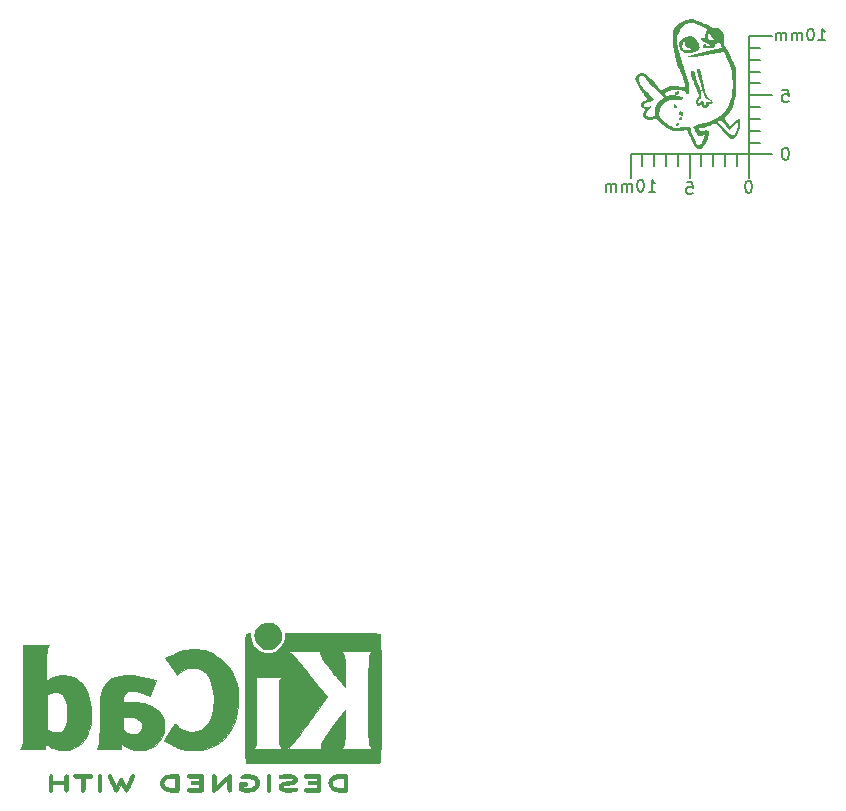
<source format=gbr>
%TF.GenerationSoftware,KiCad,Pcbnew,6.0.8-f2edbf62ab~116~ubuntu20.04.1*%
%TF.CreationDate,2022-10-13T01:57:51+02:00*%
%TF.ProjectId,Louie_for_Pico,4c6f7569-655f-4666-9f72-5f5069636f2e,rev?*%
%TF.SameCoordinates,Original*%
%TF.FileFunction,Legend,Bot*%
%TF.FilePolarity,Positive*%
%FSLAX46Y46*%
G04 Gerber Fmt 4.6, Leading zero omitted, Abs format (unit mm)*
G04 Created by KiCad (PCBNEW 6.0.8-f2edbf62ab~116~ubuntu20.04.1) date 2022-10-13 01:57:51*
%MOMM*%
%LPD*%
G01*
G04 APERTURE LIST*
%ADD10C,0.150000*%
%ADD11C,0.010000*%
G04 APERTURE END LIST*
D10*
%TO.C,REF\u002A\u002A*%
X155940119Y-62639960D02*
X155844880Y-62639960D01*
X155749642Y-62687580D01*
X155702023Y-62735199D01*
X155654404Y-62830437D01*
X155606785Y-63020913D01*
X155606785Y-63259008D01*
X155654404Y-63449484D01*
X155702023Y-63544722D01*
X155749642Y-63592341D01*
X155844880Y-63639960D01*
X155940119Y-63639960D01*
X156035357Y-63592341D01*
X156082976Y-63544722D01*
X156130595Y-63449484D01*
X156178214Y-63259008D01*
X156178214Y-63020913D01*
X156130595Y-62830437D01*
X156082976Y-62735199D01*
X156035357Y-62687580D01*
X155940119Y-62639960D01*
X150655684Y-62741560D02*
X151131875Y-62741560D01*
X151179494Y-63217751D01*
X151131875Y-63170132D01*
X151036637Y-63122513D01*
X150798541Y-63122513D01*
X150703303Y-63170132D01*
X150655684Y-63217751D01*
X150608065Y-63312989D01*
X150608065Y-63551084D01*
X150655684Y-63646322D01*
X150703303Y-63693941D01*
X150798541Y-63741560D01*
X151036637Y-63741560D01*
X151131875Y-63693941D01*
X151179494Y-63646322D01*
X158755744Y-54941220D02*
X159231935Y-54941220D01*
X159279554Y-55417411D01*
X159231935Y-55369792D01*
X159136697Y-55322173D01*
X158898601Y-55322173D01*
X158803363Y-55369792D01*
X158755744Y-55417411D01*
X158708125Y-55512649D01*
X158708125Y-55750744D01*
X158755744Y-55845982D01*
X158803363Y-55893601D01*
X158898601Y-55941220D01*
X159136697Y-55941220D01*
X159231935Y-55893601D01*
X159279554Y-55845982D01*
X159041459Y-59840880D02*
X158946220Y-59840880D01*
X158850982Y-59888500D01*
X158803363Y-59936119D01*
X158755744Y-60031357D01*
X158708125Y-60221833D01*
X158708125Y-60459928D01*
X158755744Y-60650404D01*
X158803363Y-60745642D01*
X158850982Y-60793261D01*
X158946220Y-60840880D01*
X159041459Y-60840880D01*
X159136697Y-60793261D01*
X159184316Y-60745642D01*
X159231935Y-60650404D01*
X159279554Y-60459928D01*
X159279554Y-60221833D01*
X159231935Y-60031357D01*
X159184316Y-59936119D01*
X159136697Y-59888500D01*
X159041459Y-59840880D01*
X147416329Y-63540900D02*
X147987758Y-63540900D01*
X147702043Y-63540900D02*
X147702043Y-62540900D01*
X147797281Y-62683758D01*
X147892520Y-62778996D01*
X147987758Y-62826615D01*
X146797281Y-62540900D02*
X146702043Y-62540900D01*
X146606805Y-62588520D01*
X146559186Y-62636139D01*
X146511567Y-62731377D01*
X146463948Y-62921853D01*
X146463948Y-63159948D01*
X146511567Y-63350424D01*
X146559186Y-63445662D01*
X146606805Y-63493281D01*
X146702043Y-63540900D01*
X146797281Y-63540900D01*
X146892520Y-63493281D01*
X146940139Y-63445662D01*
X146987758Y-63350424D01*
X147035377Y-63159948D01*
X147035377Y-62921853D01*
X146987758Y-62731377D01*
X146940139Y-62636139D01*
X146892520Y-62588520D01*
X146797281Y-62540900D01*
X146035377Y-63540900D02*
X146035377Y-62874234D01*
X146035377Y-62969472D02*
X145987758Y-62921853D01*
X145892520Y-62874234D01*
X145749662Y-62874234D01*
X145654424Y-62921853D01*
X145606805Y-63017091D01*
X145606805Y-63540900D01*
X145606805Y-63017091D02*
X145559186Y-62921853D01*
X145463948Y-62874234D01*
X145321091Y-62874234D01*
X145225853Y-62921853D01*
X145178234Y-63017091D01*
X145178234Y-63540900D01*
X144702043Y-63540900D02*
X144702043Y-62874234D01*
X144702043Y-62969472D02*
X144654424Y-62921853D01*
X144559186Y-62874234D01*
X144416329Y-62874234D01*
X144321091Y-62921853D01*
X144273472Y-63017091D01*
X144273472Y-63540900D01*
X144273472Y-63017091D02*
X144225853Y-62921853D01*
X144130615Y-62874234D01*
X143987758Y-62874234D01*
X143892520Y-62921853D01*
X143844900Y-63017091D01*
X143844900Y-63540900D01*
X161797809Y-50744380D02*
X162369238Y-50744380D01*
X162083523Y-50744380D02*
X162083523Y-49744380D01*
X162178761Y-49887238D01*
X162274000Y-49982476D01*
X162369238Y-50030095D01*
X161178761Y-49744380D02*
X161083523Y-49744380D01*
X160988285Y-49792000D01*
X160940666Y-49839619D01*
X160893047Y-49934857D01*
X160845428Y-50125333D01*
X160845428Y-50363428D01*
X160893047Y-50553904D01*
X160940666Y-50649142D01*
X160988285Y-50696761D01*
X161083523Y-50744380D01*
X161178761Y-50744380D01*
X161274000Y-50696761D01*
X161321619Y-50649142D01*
X161369238Y-50553904D01*
X161416857Y-50363428D01*
X161416857Y-50125333D01*
X161369238Y-49934857D01*
X161321619Y-49839619D01*
X161274000Y-49792000D01*
X161178761Y-49744380D01*
X160416857Y-50744380D02*
X160416857Y-50077714D01*
X160416857Y-50172952D02*
X160369238Y-50125333D01*
X160274000Y-50077714D01*
X160131142Y-50077714D01*
X160035904Y-50125333D01*
X159988285Y-50220571D01*
X159988285Y-50744380D01*
X159988285Y-50220571D02*
X159940666Y-50125333D01*
X159845428Y-50077714D01*
X159702571Y-50077714D01*
X159607333Y-50125333D01*
X159559714Y-50220571D01*
X159559714Y-50744380D01*
X159083523Y-50744380D02*
X159083523Y-50077714D01*
X159083523Y-50172952D02*
X159035904Y-50125333D01*
X158940666Y-50077714D01*
X158797809Y-50077714D01*
X158702571Y-50125333D01*
X158654952Y-50220571D01*
X158654952Y-50744380D01*
X158654952Y-50220571D02*
X158607333Y-50125333D01*
X158512095Y-50077714D01*
X158369238Y-50077714D01*
X158274000Y-50125333D01*
X158226380Y-50220571D01*
X158226380Y-50744380D01*
X155892500Y-50388520D02*
X157891480Y-50388520D01*
X155892500Y-52387500D02*
X156893260Y-52387500D01*
X155892500Y-57388760D02*
X156893260Y-57388760D01*
X154891740Y-60388500D02*
X154891740Y-61389260D01*
X155892500Y-54389020D02*
X156893260Y-54389020D01*
X155892500Y-60388500D02*
X157891480Y-60388500D01*
X145892520Y-60388500D02*
X145892520Y-62387480D01*
X155892500Y-58389520D02*
X156893260Y-58389520D01*
X155892500Y-55387240D02*
X157891480Y-55387240D01*
X151892000Y-60388500D02*
X151892000Y-61389260D01*
X155892500Y-51389280D02*
X156893260Y-51389280D01*
X152892760Y-60388500D02*
X152892760Y-61389260D01*
X150891240Y-60388500D02*
X150891240Y-62387480D01*
X155892500Y-53388260D02*
X156893260Y-53388260D01*
X147891500Y-60388500D02*
X147891500Y-61389260D01*
X155892500Y-60388500D02*
X155892500Y-50388520D01*
X155892500Y-56388000D02*
X156893260Y-56388000D01*
X155892500Y-59387740D02*
X156893260Y-59387740D01*
X155892500Y-60388500D02*
X145892520Y-60388500D01*
X148892260Y-60388500D02*
X148892260Y-61389260D01*
X149893020Y-60388500D02*
X149893020Y-61389260D01*
X153893520Y-60388500D02*
X153893520Y-61389260D01*
X146893280Y-60388500D02*
X146893280Y-61389260D01*
X155892500Y-60388500D02*
X155892500Y-62387480D01*
G36*
X124719628Y-111000454D02*
G01*
X124716138Y-111182895D01*
X124711898Y-111338241D01*
X124706838Y-111468750D01*
X124700887Y-111576680D01*
X124693973Y-111664291D01*
X124686026Y-111733839D01*
X124676973Y-111787585D01*
X124666745Y-111827785D01*
X124655270Y-111856700D01*
X124642477Y-111876586D01*
X124628295Y-111889703D01*
X124612653Y-111898309D01*
X124595480Y-111904663D01*
X124576705Y-111911022D01*
X124556256Y-111919646D01*
X124544750Y-111923968D01*
X124523645Y-111928687D01*
X124492284Y-111933011D01*
X124448451Y-111936957D01*
X124389927Y-111940542D01*
X124314493Y-111943784D01*
X124219930Y-111946700D01*
X124104020Y-111949307D01*
X123964545Y-111951622D01*
X123799287Y-111953663D01*
X123606026Y-111955447D01*
X123382545Y-111956992D01*
X123126625Y-111958315D01*
X122836047Y-111959433D01*
X122508593Y-111960364D01*
X122142044Y-111961124D01*
X121734183Y-111961732D01*
X121282790Y-111962204D01*
X120785648Y-111962559D01*
X120240537Y-111962812D01*
X119645240Y-111962982D01*
X118997537Y-111963086D01*
X118792282Y-111963106D01*
X118158636Y-111963119D01*
X117576749Y-111963040D01*
X117044428Y-111962851D01*
X116559481Y-111962538D01*
X116119715Y-111962085D01*
X115722940Y-111961475D01*
X115366961Y-111960693D01*
X115049587Y-111959723D01*
X114768627Y-111958549D01*
X114521886Y-111957155D01*
X114307174Y-111955525D01*
X114122299Y-111953643D01*
X113965067Y-111951493D01*
X113833287Y-111949060D01*
X113724766Y-111946327D01*
X113637313Y-111943279D01*
X113568735Y-111939899D01*
X113516839Y-111936172D01*
X113479434Y-111932082D01*
X113454327Y-111927612D01*
X113439327Y-111922748D01*
X113434554Y-111920583D01*
X113415016Y-111913472D01*
X113397099Y-111908279D01*
X113380730Y-111902742D01*
X113365836Y-111894599D01*
X113352346Y-111881590D01*
X113340186Y-111861452D01*
X113329283Y-111831924D01*
X113319566Y-111790744D01*
X113310961Y-111735650D01*
X113303395Y-111664381D01*
X113296797Y-111574675D01*
X113291093Y-111464270D01*
X113286211Y-111330906D01*
X113282078Y-111172319D01*
X113278622Y-110986249D01*
X113275769Y-110770434D01*
X113274833Y-110670497D01*
X113995046Y-110670497D01*
X113995836Y-110680067D01*
X114010323Y-110687823D01*
X114043055Y-110693955D01*
X114098578Y-110698652D01*
X114181441Y-110702106D01*
X114296191Y-110704506D01*
X114447375Y-110706041D01*
X114639540Y-110706903D01*
X114877234Y-110707280D01*
X115165004Y-110707364D01*
X116370441Y-110707364D01*
X116166635Y-110338654D01*
X116166635Y-104985536D01*
X116370441Y-104616826D01*
X114215764Y-104616826D01*
X114207974Y-107450428D01*
X114200184Y-110284031D01*
X114123801Y-110447161D01*
X114083530Y-110528016D01*
X114037929Y-110609013D01*
X114003492Y-110658827D01*
X114003406Y-110658923D01*
X113995046Y-110670497D01*
X113274833Y-110670497D01*
X113273448Y-110522612D01*
X113271586Y-110240521D01*
X113270109Y-109921901D01*
X113268946Y-109564488D01*
X113268024Y-109166023D01*
X113267269Y-108724242D01*
X113266610Y-108236884D01*
X113265974Y-107701688D01*
X113265288Y-107116393D01*
X113264480Y-106478735D01*
X113264375Y-106401539D01*
X113263474Y-105767923D01*
X113262612Y-105186404D01*
X113261853Y-104654720D01*
X113261261Y-104170608D01*
X113260900Y-103731806D01*
X113260833Y-103336052D01*
X113261125Y-102981081D01*
X113261840Y-102664633D01*
X113263040Y-102384443D01*
X113264790Y-102138250D01*
X113267153Y-101923790D01*
X113270195Y-101738802D01*
X113273977Y-101581022D01*
X113278564Y-101448188D01*
X113284020Y-101338036D01*
X113290409Y-101248305D01*
X113297794Y-101176732D01*
X113306239Y-101121053D01*
X113315808Y-101079007D01*
X113326565Y-101048331D01*
X113338574Y-101026761D01*
X113351898Y-101012036D01*
X113366601Y-101001893D01*
X113382748Y-100994068D01*
X113400401Y-100986300D01*
X113419624Y-100976325D01*
X113425249Y-100973146D01*
X113510363Y-100942379D01*
X113603538Y-100929734D01*
X113708571Y-100929738D01*
X113710321Y-101168712D01*
X113710765Y-101196212D01*
X113744149Y-101475749D01*
X113829177Y-101738767D01*
X113964666Y-101982482D01*
X114149436Y-102204107D01*
X114248589Y-102294499D01*
X114469362Y-102444323D01*
X114710246Y-102548803D01*
X114964226Y-102607882D01*
X115224286Y-102621505D01*
X115483410Y-102589616D01*
X115734583Y-102512158D01*
X115941059Y-102404568D01*
X116854891Y-102404568D01*
X116975064Y-102491027D01*
X117076698Y-102572286D01*
X117219909Y-102704826D01*
X117382345Y-102870936D01*
X117557856Y-103064286D01*
X117740291Y-103278547D01*
X117787272Y-103335844D01*
X117867259Y-103434116D01*
X117971814Y-103563045D01*
X118097472Y-103718327D01*
X118240770Y-103895660D01*
X118398243Y-104090739D01*
X118566429Y-104299263D01*
X118741862Y-104516927D01*
X118822328Y-104616826D01*
X118921080Y-104739429D01*
X119100619Y-104962465D01*
X119277014Y-105181733D01*
X119446802Y-105392928D01*
X119606519Y-105591749D01*
X119752701Y-105773890D01*
X119881885Y-105935051D01*
X119990606Y-106070926D01*
X120075401Y-106177214D01*
X120132806Y-106249610D01*
X120159357Y-106283812D01*
X120161548Y-106296665D01*
X120154259Y-106321110D01*
X120135370Y-106359569D01*
X120102996Y-106414768D01*
X120055250Y-106489437D01*
X119990248Y-106586302D01*
X119906105Y-106708092D01*
X119800934Y-106857536D01*
X119672850Y-107037360D01*
X119519968Y-107250293D01*
X119340401Y-107499063D01*
X119132265Y-107786398D01*
X118893675Y-108115026D01*
X118703568Y-108376610D01*
X118471633Y-108695503D01*
X118267615Y-108975552D01*
X118089144Y-109219866D01*
X117933845Y-109431552D01*
X117799347Y-109613720D01*
X117683276Y-109769476D01*
X117583260Y-109901929D01*
X117496927Y-110014187D01*
X117421904Y-110109357D01*
X117355818Y-110190549D01*
X117296297Y-110260870D01*
X117240969Y-110323428D01*
X117187459Y-110381331D01*
X117133397Y-110437688D01*
X117076409Y-110495606D01*
X116866398Y-110707364D01*
X118278129Y-110707421D01*
X119689861Y-110707478D01*
X119680990Y-110536380D01*
X119680560Y-110527783D01*
X119678876Y-110459383D01*
X119682068Y-110393848D01*
X119692271Y-110327586D01*
X119711621Y-110257009D01*
X119742252Y-110178526D01*
X119786300Y-110088547D01*
X119845900Y-109983484D01*
X119923188Y-109859746D01*
X120020298Y-109713743D01*
X120139366Y-109541886D01*
X120282528Y-109340584D01*
X120451918Y-109106249D01*
X120649672Y-108835289D01*
X120877926Y-108524116D01*
X121683625Y-107427229D01*
X121690723Y-108699038D01*
X121691352Y-108817672D01*
X121692462Y-109137218D01*
X121691957Y-109409013D01*
X121689245Y-109638201D01*
X121683730Y-109829926D01*
X121674819Y-109989331D01*
X121661918Y-110121559D01*
X121644433Y-110231754D01*
X121621770Y-110325059D01*
X121593334Y-110406618D01*
X121558533Y-110481575D01*
X121516771Y-110555074D01*
X121467454Y-110632256D01*
X121417880Y-110707364D01*
X123994254Y-110707364D01*
X123927704Y-110618600D01*
X123917282Y-110604558D01*
X123833957Y-110475856D01*
X123776517Y-110345753D01*
X123738798Y-110196674D01*
X123714638Y-110011047D01*
X123713975Y-110002955D01*
X123710469Y-109926389D01*
X123707303Y-109798641D01*
X123704492Y-109622633D01*
X123702049Y-109401283D01*
X123699987Y-109137510D01*
X123698322Y-108834233D01*
X123697065Y-108494371D01*
X123696231Y-108120844D01*
X123695834Y-107716570D01*
X123695887Y-107284468D01*
X123696405Y-106827459D01*
X123697401Y-106348460D01*
X123698455Y-105918797D01*
X123699583Y-105451100D01*
X123700694Y-105032649D01*
X123701926Y-104660515D01*
X123703420Y-104331764D01*
X123705315Y-104043465D01*
X123707750Y-103792687D01*
X123710864Y-103576499D01*
X123714797Y-103391967D01*
X123719689Y-103236161D01*
X123725679Y-103106149D01*
X123732906Y-102999000D01*
X123741509Y-102911781D01*
X123751629Y-102841561D01*
X123763404Y-102785409D01*
X123776974Y-102740392D01*
X123792479Y-102703580D01*
X123810057Y-102672039D01*
X123829848Y-102642840D01*
X123851992Y-102613050D01*
X123876628Y-102579737D01*
X123900457Y-102546354D01*
X123946513Y-102480349D01*
X123974101Y-102438708D01*
X123974767Y-102436964D01*
X123965134Y-102429089D01*
X123931141Y-102422519D01*
X123869004Y-102417151D01*
X123774941Y-102412886D01*
X123645169Y-102409623D01*
X123475907Y-102407260D01*
X123263370Y-102405697D01*
X123003778Y-102404834D01*
X122693346Y-102404568D01*
X121391995Y-102404568D01*
X121460580Y-102486078D01*
X121500330Y-102542060D01*
X121566495Y-102674056D01*
X121624477Y-102838223D01*
X121668731Y-103020326D01*
X121671552Y-103037614D01*
X121679944Y-103128750D01*
X121686300Y-103269599D01*
X121690635Y-103461136D01*
X121692967Y-103704336D01*
X121693313Y-104000175D01*
X121691689Y-104349628D01*
X121683625Y-105516301D01*
X120850614Y-104462889D01*
X120826755Y-104432715D01*
X120615511Y-104165291D01*
X120435166Y-103936266D01*
X120282848Y-103741748D01*
X120155689Y-103577841D01*
X120050816Y-103440653D01*
X119965362Y-103326287D01*
X119896454Y-103230852D01*
X119841224Y-103150451D01*
X119796802Y-103081192D01*
X119760316Y-103019180D01*
X119728897Y-102960522D01*
X119699675Y-102901322D01*
X119654721Y-102796532D01*
X119625681Y-102685989D01*
X119617957Y-102566752D01*
X119618733Y-102404568D01*
X116854891Y-102404568D01*
X115941059Y-102404568D01*
X115970788Y-102389077D01*
X116185011Y-102220316D01*
X116244563Y-102160820D01*
X116420579Y-101940530D01*
X116545477Y-101701465D01*
X116619925Y-101442082D01*
X116644592Y-101160840D01*
X116644592Y-100929729D01*
X120565196Y-100929729D01*
X120810137Y-100929719D01*
X121336339Y-100929647D01*
X121811687Y-100929596D01*
X122238811Y-100929667D01*
X122620338Y-100929966D01*
X122958897Y-100930597D01*
X123257117Y-100931662D01*
X123517626Y-100933267D01*
X123743054Y-100935515D01*
X123936028Y-100938510D01*
X124099177Y-100942356D01*
X124235131Y-100947156D01*
X124346517Y-100953016D01*
X124435964Y-100960038D01*
X124506101Y-100968327D01*
X124559556Y-100977986D01*
X124598958Y-100989120D01*
X124626936Y-101001832D01*
X124646119Y-101016227D01*
X124659134Y-101032407D01*
X124668611Y-101050478D01*
X124677178Y-101070543D01*
X124687463Y-101092706D01*
X124687648Y-101093068D01*
X124692642Y-101107576D01*
X124697223Y-101131870D01*
X124701408Y-101168190D01*
X124705214Y-101218780D01*
X124708660Y-101285881D01*
X124711762Y-101371735D01*
X124714538Y-101478584D01*
X124717006Y-101608670D01*
X124719181Y-101764234D01*
X124721083Y-101947519D01*
X124722729Y-102160767D01*
X124724135Y-102406219D01*
X124725319Y-102686118D01*
X124726299Y-103002705D01*
X124727091Y-103358222D01*
X124727715Y-103754911D01*
X124728185Y-104195015D01*
X124728521Y-104680774D01*
X124728740Y-105214431D01*
X124728858Y-105798228D01*
X124728893Y-106434407D01*
X124728895Y-106559385D01*
X124728955Y-107188934D01*
X124729049Y-107766544D01*
X124729104Y-108294474D01*
X124729049Y-108774983D01*
X124728815Y-109210329D01*
X124728328Y-109602770D01*
X124727518Y-109954565D01*
X124726314Y-110267973D01*
X124724645Y-110545251D01*
X124723176Y-110707364D01*
X124722440Y-110788659D01*
X124719628Y-111000454D01*
G37*
D11*
X124719628Y-111000454D02*
X124716138Y-111182895D01*
X124711898Y-111338241D01*
X124706838Y-111468750D01*
X124700887Y-111576680D01*
X124693973Y-111664291D01*
X124686026Y-111733839D01*
X124676973Y-111787585D01*
X124666745Y-111827785D01*
X124655270Y-111856700D01*
X124642477Y-111876586D01*
X124628295Y-111889703D01*
X124612653Y-111898309D01*
X124595480Y-111904663D01*
X124576705Y-111911022D01*
X124556256Y-111919646D01*
X124544750Y-111923968D01*
X124523645Y-111928687D01*
X124492284Y-111933011D01*
X124448451Y-111936957D01*
X124389927Y-111940542D01*
X124314493Y-111943784D01*
X124219930Y-111946700D01*
X124104020Y-111949307D01*
X123964545Y-111951622D01*
X123799287Y-111953663D01*
X123606026Y-111955447D01*
X123382545Y-111956992D01*
X123126625Y-111958315D01*
X122836047Y-111959433D01*
X122508593Y-111960364D01*
X122142044Y-111961124D01*
X121734183Y-111961732D01*
X121282790Y-111962204D01*
X120785648Y-111962559D01*
X120240537Y-111962812D01*
X119645240Y-111962982D01*
X118997537Y-111963086D01*
X118792282Y-111963106D01*
X118158636Y-111963119D01*
X117576749Y-111963040D01*
X117044428Y-111962851D01*
X116559481Y-111962538D01*
X116119715Y-111962085D01*
X115722940Y-111961475D01*
X115366961Y-111960693D01*
X115049587Y-111959723D01*
X114768627Y-111958549D01*
X114521886Y-111957155D01*
X114307174Y-111955525D01*
X114122299Y-111953643D01*
X113965067Y-111951493D01*
X113833287Y-111949060D01*
X113724766Y-111946327D01*
X113637313Y-111943279D01*
X113568735Y-111939899D01*
X113516839Y-111936172D01*
X113479434Y-111932082D01*
X113454327Y-111927612D01*
X113439327Y-111922748D01*
X113434554Y-111920583D01*
X113415016Y-111913472D01*
X113397099Y-111908279D01*
X113380730Y-111902742D01*
X113365836Y-111894599D01*
X113352346Y-111881590D01*
X113340186Y-111861452D01*
X113329283Y-111831924D01*
X113319566Y-111790744D01*
X113310961Y-111735650D01*
X113303395Y-111664381D01*
X113296797Y-111574675D01*
X113291093Y-111464270D01*
X113286211Y-111330906D01*
X113282078Y-111172319D01*
X113278622Y-110986249D01*
X113275769Y-110770434D01*
X113274833Y-110670497D01*
X113995046Y-110670497D01*
X113995836Y-110680067D01*
X114010323Y-110687823D01*
X114043055Y-110693955D01*
X114098578Y-110698652D01*
X114181441Y-110702106D01*
X114296191Y-110704506D01*
X114447375Y-110706041D01*
X114639540Y-110706903D01*
X114877234Y-110707280D01*
X115165004Y-110707364D01*
X116370441Y-110707364D01*
X116166635Y-110338654D01*
X116166635Y-104985536D01*
X116370441Y-104616826D01*
X114215764Y-104616826D01*
X114207974Y-107450428D01*
X114200184Y-110284031D01*
X114123801Y-110447161D01*
X114083530Y-110528016D01*
X114037929Y-110609013D01*
X114003492Y-110658827D01*
X114003406Y-110658923D01*
X113995046Y-110670497D01*
X113274833Y-110670497D01*
X113273448Y-110522612D01*
X113271586Y-110240521D01*
X113270109Y-109921901D01*
X113268946Y-109564488D01*
X113268024Y-109166023D01*
X113267269Y-108724242D01*
X113266610Y-108236884D01*
X113265974Y-107701688D01*
X113265288Y-107116393D01*
X113264480Y-106478735D01*
X113264375Y-106401539D01*
X113263474Y-105767923D01*
X113262612Y-105186404D01*
X113261853Y-104654720D01*
X113261261Y-104170608D01*
X113260900Y-103731806D01*
X113260833Y-103336052D01*
X113261125Y-102981081D01*
X113261840Y-102664633D01*
X113263040Y-102384443D01*
X113264790Y-102138250D01*
X113267153Y-101923790D01*
X113270195Y-101738802D01*
X113273977Y-101581022D01*
X113278564Y-101448188D01*
X113284020Y-101338036D01*
X113290409Y-101248305D01*
X113297794Y-101176732D01*
X113306239Y-101121053D01*
X113315808Y-101079007D01*
X113326565Y-101048331D01*
X113338574Y-101026761D01*
X113351898Y-101012036D01*
X113366601Y-101001893D01*
X113382748Y-100994068D01*
X113400401Y-100986300D01*
X113419624Y-100976325D01*
X113425249Y-100973146D01*
X113510363Y-100942379D01*
X113603538Y-100929734D01*
X113708571Y-100929738D01*
X113710321Y-101168712D01*
X113710765Y-101196212D01*
X113744149Y-101475749D01*
X113829177Y-101738767D01*
X113964666Y-101982482D01*
X114149436Y-102204107D01*
X114248589Y-102294499D01*
X114469362Y-102444323D01*
X114710246Y-102548803D01*
X114964226Y-102607882D01*
X115224286Y-102621505D01*
X115483410Y-102589616D01*
X115734583Y-102512158D01*
X115941059Y-102404568D01*
X116854891Y-102404568D01*
X116975064Y-102491027D01*
X117076698Y-102572286D01*
X117219909Y-102704826D01*
X117382345Y-102870936D01*
X117557856Y-103064286D01*
X117740291Y-103278547D01*
X117787272Y-103335844D01*
X117867259Y-103434116D01*
X117971814Y-103563045D01*
X118097472Y-103718327D01*
X118240770Y-103895660D01*
X118398243Y-104090739D01*
X118566429Y-104299263D01*
X118741862Y-104516927D01*
X118822328Y-104616826D01*
X118921080Y-104739429D01*
X119100619Y-104962465D01*
X119277014Y-105181733D01*
X119446802Y-105392928D01*
X119606519Y-105591749D01*
X119752701Y-105773890D01*
X119881885Y-105935051D01*
X119990606Y-106070926D01*
X120075401Y-106177214D01*
X120132806Y-106249610D01*
X120159357Y-106283812D01*
X120161548Y-106296665D01*
X120154259Y-106321110D01*
X120135370Y-106359569D01*
X120102996Y-106414768D01*
X120055250Y-106489437D01*
X119990248Y-106586302D01*
X119906105Y-106708092D01*
X119800934Y-106857536D01*
X119672850Y-107037360D01*
X119519968Y-107250293D01*
X119340401Y-107499063D01*
X119132265Y-107786398D01*
X118893675Y-108115026D01*
X118703568Y-108376610D01*
X118471633Y-108695503D01*
X118267615Y-108975552D01*
X118089144Y-109219866D01*
X117933845Y-109431552D01*
X117799347Y-109613720D01*
X117683276Y-109769476D01*
X117583260Y-109901929D01*
X117496927Y-110014187D01*
X117421904Y-110109357D01*
X117355818Y-110190549D01*
X117296297Y-110260870D01*
X117240969Y-110323428D01*
X117187459Y-110381331D01*
X117133397Y-110437688D01*
X117076409Y-110495606D01*
X116866398Y-110707364D01*
X118278129Y-110707421D01*
X119689861Y-110707478D01*
X119680990Y-110536380D01*
X119680560Y-110527783D01*
X119678876Y-110459383D01*
X119682068Y-110393848D01*
X119692271Y-110327586D01*
X119711621Y-110257009D01*
X119742252Y-110178526D01*
X119786300Y-110088547D01*
X119845900Y-109983484D01*
X119923188Y-109859746D01*
X120020298Y-109713743D01*
X120139366Y-109541886D01*
X120282528Y-109340584D01*
X120451918Y-109106249D01*
X120649672Y-108835289D01*
X120877926Y-108524116D01*
X121683625Y-107427229D01*
X121690723Y-108699038D01*
X121691352Y-108817672D01*
X121692462Y-109137218D01*
X121691957Y-109409013D01*
X121689245Y-109638201D01*
X121683730Y-109829926D01*
X121674819Y-109989331D01*
X121661918Y-110121559D01*
X121644433Y-110231754D01*
X121621770Y-110325059D01*
X121593334Y-110406618D01*
X121558533Y-110481575D01*
X121516771Y-110555074D01*
X121467454Y-110632256D01*
X121417880Y-110707364D01*
X123994254Y-110707364D01*
X123927704Y-110618600D01*
X123917282Y-110604558D01*
X123833957Y-110475856D01*
X123776517Y-110345753D01*
X123738798Y-110196674D01*
X123714638Y-110011047D01*
X123713975Y-110002955D01*
X123710469Y-109926389D01*
X123707303Y-109798641D01*
X123704492Y-109622633D01*
X123702049Y-109401283D01*
X123699987Y-109137510D01*
X123698322Y-108834233D01*
X123697065Y-108494371D01*
X123696231Y-108120844D01*
X123695834Y-107716570D01*
X123695887Y-107284468D01*
X123696405Y-106827459D01*
X123697401Y-106348460D01*
X123698455Y-105918797D01*
X123699583Y-105451100D01*
X123700694Y-105032649D01*
X123701926Y-104660515D01*
X123703420Y-104331764D01*
X123705315Y-104043465D01*
X123707750Y-103792687D01*
X123710864Y-103576499D01*
X123714797Y-103391967D01*
X123719689Y-103236161D01*
X123725679Y-103106149D01*
X123732906Y-102999000D01*
X123741509Y-102911781D01*
X123751629Y-102841561D01*
X123763404Y-102785409D01*
X123776974Y-102740392D01*
X123792479Y-102703580D01*
X123810057Y-102672039D01*
X123829848Y-102642840D01*
X123851992Y-102613050D01*
X123876628Y-102579737D01*
X123900457Y-102546354D01*
X123946513Y-102480349D01*
X123974101Y-102438708D01*
X123974767Y-102436964D01*
X123965134Y-102429089D01*
X123931141Y-102422519D01*
X123869004Y-102417151D01*
X123774941Y-102412886D01*
X123645169Y-102409623D01*
X123475907Y-102407260D01*
X123263370Y-102405697D01*
X123003778Y-102404834D01*
X122693346Y-102404568D01*
X121391995Y-102404568D01*
X121460580Y-102486078D01*
X121500330Y-102542060D01*
X121566495Y-102674056D01*
X121624477Y-102838223D01*
X121668731Y-103020326D01*
X121671552Y-103037614D01*
X121679944Y-103128750D01*
X121686300Y-103269599D01*
X121690635Y-103461136D01*
X121692967Y-103704336D01*
X121693313Y-104000175D01*
X121691689Y-104349628D01*
X121683625Y-105516301D01*
X120850614Y-104462889D01*
X120826755Y-104432715D01*
X120615511Y-104165291D01*
X120435166Y-103936266D01*
X120282848Y-103741748D01*
X120155689Y-103577841D01*
X120050816Y-103440653D01*
X119965362Y-103326287D01*
X119896454Y-103230852D01*
X119841224Y-103150451D01*
X119796802Y-103081192D01*
X119760316Y-103019180D01*
X119728897Y-102960522D01*
X119699675Y-102901322D01*
X119654721Y-102796532D01*
X119625681Y-102685989D01*
X119617957Y-102566752D01*
X119618733Y-102404568D01*
X116854891Y-102404568D01*
X115941059Y-102404568D01*
X115970788Y-102389077D01*
X116185011Y-102220316D01*
X116244563Y-102160820D01*
X116420579Y-101940530D01*
X116545477Y-101701465D01*
X116619925Y-101442082D01*
X116644592Y-101160840D01*
X116644592Y-100929729D01*
X120565196Y-100929729D01*
X120810137Y-100929719D01*
X121336339Y-100929647D01*
X121811687Y-100929596D01*
X122238811Y-100929667D01*
X122620338Y-100929966D01*
X122958897Y-100930597D01*
X123257117Y-100931662D01*
X123517626Y-100933267D01*
X123743054Y-100935515D01*
X123936028Y-100938510D01*
X124099177Y-100942356D01*
X124235131Y-100947156D01*
X124346517Y-100953016D01*
X124435964Y-100960038D01*
X124506101Y-100968327D01*
X124559556Y-100977986D01*
X124598958Y-100989120D01*
X124626936Y-101001832D01*
X124646119Y-101016227D01*
X124659134Y-101032407D01*
X124668611Y-101050478D01*
X124677178Y-101070543D01*
X124687463Y-101092706D01*
X124687648Y-101093068D01*
X124692642Y-101107576D01*
X124697223Y-101131870D01*
X124701408Y-101168190D01*
X124705214Y-101218780D01*
X124708660Y-101285881D01*
X124711762Y-101371735D01*
X124714538Y-101478584D01*
X124717006Y-101608670D01*
X124719181Y-101764234D01*
X124721083Y-101947519D01*
X124722729Y-102160767D01*
X124724135Y-102406219D01*
X124725319Y-102686118D01*
X124726299Y-103002705D01*
X124727091Y-103358222D01*
X124727715Y-103754911D01*
X124728185Y-104195015D01*
X124728521Y-104680774D01*
X124728740Y-105214431D01*
X124728858Y-105798228D01*
X124728893Y-106434407D01*
X124728895Y-106559385D01*
X124728955Y-107188934D01*
X124729049Y-107766544D01*
X124729104Y-108294474D01*
X124729049Y-108774983D01*
X124728815Y-109210329D01*
X124728328Y-109602770D01*
X124727518Y-109954565D01*
X124726314Y-110267973D01*
X124724645Y-110545251D01*
X124723176Y-110707364D01*
X124722440Y-110788659D01*
X124719628Y-111000454D01*
G36*
X100957678Y-112884039D02*
G01*
X101009351Y-112915575D01*
X101062891Y-112958929D01*
X101062891Y-114259622D01*
X101009351Y-114302976D01*
X100946350Y-114338081D01*
X100874430Y-114339760D01*
X100811272Y-114298591D01*
X100803485Y-114289219D01*
X100792504Y-114270199D01*
X100784052Y-114242714D01*
X100777801Y-114201492D01*
X100773422Y-114141265D01*
X100770588Y-114056761D01*
X100768970Y-113942710D01*
X100768240Y-113793844D01*
X100768069Y-113604891D01*
X100768069Y-112958929D01*
X100821608Y-112915575D01*
X100869246Y-112885903D01*
X100915480Y-112872222D01*
X100957678Y-112884039D01*
G37*
X100957678Y-112884039D02*
X101009351Y-112915575D01*
X101062891Y-112958929D01*
X101062891Y-114259622D01*
X101009351Y-114302976D01*
X100946350Y-114338081D01*
X100874430Y-114339760D01*
X100811272Y-114298591D01*
X100803485Y-114289219D01*
X100792504Y-114270199D01*
X100784052Y-114242714D01*
X100777801Y-114201492D01*
X100773422Y-114141265D01*
X100770588Y-114056761D01*
X100768970Y-113942710D01*
X100768240Y-113793844D01*
X100768069Y-113604891D01*
X100768069Y-112958929D01*
X100821608Y-112915575D01*
X100869246Y-112885903D01*
X100915480Y-112872222D01*
X100957678Y-112884039D01*
G36*
X106387580Y-109061784D02*
G01*
X106361070Y-109266682D01*
X106321068Y-109437364D01*
X106257240Y-109612970D01*
X106109287Y-109902367D01*
X105920172Y-110156982D01*
X105691854Y-110375080D01*
X105426290Y-110554925D01*
X105125439Y-110694782D01*
X104791259Y-110792917D01*
X104654989Y-110815051D01*
X104460261Y-110830433D01*
X104248189Y-110833893D01*
X104036496Y-110825708D01*
X103842902Y-110806157D01*
X103685130Y-110775520D01*
X103605850Y-110751399D01*
X103425793Y-110680812D01*
X103242760Y-110591195D01*
X103075636Y-110492266D01*
X102943304Y-110393744D01*
X102941678Y-110392322D01*
X102869162Y-110330837D01*
X102813370Y-110287056D01*
X102786261Y-110270375D01*
X102783297Y-110274357D01*
X102776591Y-110317377D01*
X102771930Y-110397613D01*
X102770184Y-110502525D01*
X102770184Y-110734676D01*
X101745990Y-110734676D01*
X101718726Y-110734671D01*
X101490061Y-110734271D01*
X101280193Y-110733276D01*
X101095093Y-110731759D01*
X100940732Y-110729795D01*
X100823082Y-110727457D01*
X100748113Y-110724821D01*
X100721797Y-110721960D01*
X100722410Y-110719460D01*
X100739627Y-110682554D01*
X100775718Y-110613217D01*
X100824216Y-110523949D01*
X100926635Y-110338654D01*
X100941653Y-108509261D01*
X102879431Y-108509261D01*
X102880193Y-108653798D01*
X102883884Y-108805666D01*
X102891115Y-108915439D01*
X102902412Y-108990263D01*
X102918302Y-109037287D01*
X102938742Y-109070866D01*
X103015718Y-109162401D01*
X103118856Y-109257695D01*
X103231898Y-109342602D01*
X103338587Y-109402975D01*
X103397781Y-109425127D01*
X103534079Y-109454620D01*
X103712095Y-109469699D01*
X103899780Y-109467415D01*
X104078008Y-109436400D01*
X104226773Y-109372327D01*
X104355482Y-109272309D01*
X104391689Y-109235314D01*
X104485958Y-109109148D01*
X104536963Y-108973159D01*
X104552281Y-108809526D01*
X104548131Y-108723078D01*
X104507092Y-108545116D01*
X104420879Y-108392368D01*
X104287920Y-108263116D01*
X104106647Y-108155641D01*
X103875491Y-108068224D01*
X103782302Y-108045283D01*
X103669486Y-108029575D01*
X103527507Y-108020852D01*
X103343732Y-108017919D01*
X103313879Y-108017921D01*
X103176393Y-108019599D01*
X103058293Y-108023656D01*
X102971323Y-108029559D01*
X102927227Y-108036776D01*
X102922153Y-108039119D01*
X102905747Y-108053832D01*
X102894128Y-108083398D01*
X102886491Y-108135772D01*
X102882033Y-108218905D01*
X102879947Y-108340750D01*
X102879431Y-108509261D01*
X100941653Y-108509261D01*
X100942442Y-108413170D01*
X100944791Y-108132724D01*
X100948078Y-107775053D01*
X100951528Y-107464543D01*
X100955420Y-107196804D01*
X100960032Y-106967442D01*
X100965645Y-106772068D01*
X100972535Y-106606289D01*
X100980982Y-106465715D01*
X100991266Y-106345953D01*
X101003663Y-106242614D01*
X101018454Y-106151305D01*
X101035916Y-106067635D01*
X101056329Y-105987213D01*
X101079972Y-105905647D01*
X101107122Y-105818547D01*
X101214082Y-105545490D01*
X101360559Y-105293128D01*
X101542977Y-105077068D01*
X101763005Y-104896178D01*
X102022313Y-104749328D01*
X102322572Y-104635389D01*
X102665451Y-104553228D01*
X103052621Y-104501717D01*
X103187942Y-104491474D01*
X103415844Y-104483984D01*
X103641731Y-104490729D01*
X103876178Y-104512844D01*
X104129761Y-104551468D01*
X104413055Y-104607737D01*
X104736635Y-104682789D01*
X104811430Y-104700948D01*
X104999260Y-104745634D01*
X105177285Y-104786779D01*
X105334710Y-104821953D01*
X105460739Y-104848725D01*
X105544574Y-104864665D01*
X105737996Y-104896434D01*
X105466069Y-105555501D01*
X105398051Y-105720055D01*
X105331136Y-105881296D01*
X105273723Y-106018961D01*
X105228631Y-106126316D01*
X105198678Y-106196624D01*
X105186682Y-106223149D01*
X105184796Y-106223529D01*
X105150035Y-106211686D01*
X105081682Y-106181337D01*
X104992069Y-106137884D01*
X104805811Y-106053261D01*
X104549508Y-105960735D01*
X104287183Y-105889878D01*
X104029093Y-105842469D01*
X103785499Y-105820289D01*
X103566658Y-105825116D01*
X103382829Y-105858730D01*
X103254529Y-105912066D01*
X103108820Y-106021368D01*
X102996652Y-106169649D01*
X102921236Y-106352349D01*
X102885784Y-106564904D01*
X102873299Y-106760805D01*
X103525021Y-106762589D01*
X103744806Y-106764432D01*
X103987904Y-106770977D01*
X104195576Y-106783330D01*
X104378564Y-106802691D01*
X104547611Y-106830261D01*
X104713459Y-106867242D01*
X104886850Y-106914833D01*
X105146286Y-107005420D01*
X105451436Y-107154598D01*
X105719245Y-107337327D01*
X105947070Y-107551038D01*
X106132270Y-107793160D01*
X106272203Y-108061123D01*
X106364229Y-108352358D01*
X106378641Y-108430795D01*
X106397117Y-108624940D01*
X106399443Y-108809526D01*
X106399846Y-108841570D01*
X106387580Y-109061784D01*
G37*
X106387580Y-109061784D02*
X106361070Y-109266682D01*
X106321068Y-109437364D01*
X106257240Y-109612970D01*
X106109287Y-109902367D01*
X105920172Y-110156982D01*
X105691854Y-110375080D01*
X105426290Y-110554925D01*
X105125439Y-110694782D01*
X104791259Y-110792917D01*
X104654989Y-110815051D01*
X104460261Y-110830433D01*
X104248189Y-110833893D01*
X104036496Y-110825708D01*
X103842902Y-110806157D01*
X103685130Y-110775520D01*
X103605850Y-110751399D01*
X103425793Y-110680812D01*
X103242760Y-110591195D01*
X103075636Y-110492266D01*
X102943304Y-110393744D01*
X102941678Y-110392322D01*
X102869162Y-110330837D01*
X102813370Y-110287056D01*
X102786261Y-110270375D01*
X102783297Y-110274357D01*
X102776591Y-110317377D01*
X102771930Y-110397613D01*
X102770184Y-110502525D01*
X102770184Y-110734676D01*
X101745990Y-110734676D01*
X101718726Y-110734671D01*
X101490061Y-110734271D01*
X101280193Y-110733276D01*
X101095093Y-110731759D01*
X100940732Y-110729795D01*
X100823082Y-110727457D01*
X100748113Y-110724821D01*
X100721797Y-110721960D01*
X100722410Y-110719460D01*
X100739627Y-110682554D01*
X100775718Y-110613217D01*
X100824216Y-110523949D01*
X100926635Y-110338654D01*
X100941653Y-108509261D01*
X102879431Y-108509261D01*
X102880193Y-108653798D01*
X102883884Y-108805666D01*
X102891115Y-108915439D01*
X102902412Y-108990263D01*
X102918302Y-109037287D01*
X102938742Y-109070866D01*
X103015718Y-109162401D01*
X103118856Y-109257695D01*
X103231898Y-109342602D01*
X103338587Y-109402975D01*
X103397781Y-109425127D01*
X103534079Y-109454620D01*
X103712095Y-109469699D01*
X103899780Y-109467415D01*
X104078008Y-109436400D01*
X104226773Y-109372327D01*
X104355482Y-109272309D01*
X104391689Y-109235314D01*
X104485958Y-109109148D01*
X104536963Y-108973159D01*
X104552281Y-108809526D01*
X104548131Y-108723078D01*
X104507092Y-108545116D01*
X104420879Y-108392368D01*
X104287920Y-108263116D01*
X104106647Y-108155641D01*
X103875491Y-108068224D01*
X103782302Y-108045283D01*
X103669486Y-108029575D01*
X103527507Y-108020852D01*
X103343732Y-108017919D01*
X103313879Y-108017921D01*
X103176393Y-108019599D01*
X103058293Y-108023656D01*
X102971323Y-108029559D01*
X102927227Y-108036776D01*
X102922153Y-108039119D01*
X102905747Y-108053832D01*
X102894128Y-108083398D01*
X102886491Y-108135772D01*
X102882033Y-108218905D01*
X102879947Y-108340750D01*
X102879431Y-108509261D01*
X100941653Y-108509261D01*
X100942442Y-108413170D01*
X100944791Y-108132724D01*
X100948078Y-107775053D01*
X100951528Y-107464543D01*
X100955420Y-107196804D01*
X100960032Y-106967442D01*
X100965645Y-106772068D01*
X100972535Y-106606289D01*
X100980982Y-106465715D01*
X100991266Y-106345953D01*
X101003663Y-106242614D01*
X101018454Y-106151305D01*
X101035916Y-106067635D01*
X101056329Y-105987213D01*
X101079972Y-105905647D01*
X101107122Y-105818547D01*
X101214082Y-105545490D01*
X101360559Y-105293128D01*
X101542977Y-105077068D01*
X101763005Y-104896178D01*
X102022313Y-104749328D01*
X102322572Y-104635389D01*
X102665451Y-104553228D01*
X103052621Y-104501717D01*
X103187942Y-104491474D01*
X103415844Y-104483984D01*
X103641731Y-104490729D01*
X103876178Y-104512844D01*
X104129761Y-104551468D01*
X104413055Y-104607737D01*
X104736635Y-104682789D01*
X104811430Y-104700948D01*
X104999260Y-104745634D01*
X105177285Y-104786779D01*
X105334710Y-104821953D01*
X105460739Y-104848725D01*
X105544574Y-104864665D01*
X105737996Y-104896434D01*
X105466069Y-105555501D01*
X105398051Y-105720055D01*
X105331136Y-105881296D01*
X105273723Y-106018961D01*
X105228631Y-106126316D01*
X105198678Y-106196624D01*
X105186682Y-106223149D01*
X105184796Y-106223529D01*
X105150035Y-106211686D01*
X105081682Y-106181337D01*
X104992069Y-106137884D01*
X104805811Y-106053261D01*
X104549508Y-105960735D01*
X104287183Y-105889878D01*
X104029093Y-105842469D01*
X103785499Y-105820289D01*
X103566658Y-105825116D01*
X103382829Y-105858730D01*
X103254529Y-105912066D01*
X103108820Y-106021368D01*
X102996652Y-106169649D01*
X102921236Y-106352349D01*
X102885784Y-106564904D01*
X102873299Y-106760805D01*
X103525021Y-106762589D01*
X103744806Y-106764432D01*
X103987904Y-106770977D01*
X104195576Y-106783330D01*
X104378564Y-106802691D01*
X104547611Y-106830261D01*
X104713459Y-106867242D01*
X104886850Y-106914833D01*
X105146286Y-107005420D01*
X105451436Y-107154598D01*
X105719245Y-107337327D01*
X105947070Y-107551038D01*
X106132270Y-107793160D01*
X106272203Y-108061123D01*
X106364229Y-108352358D01*
X106378641Y-108430795D01*
X106397117Y-108624940D01*
X106399443Y-108809526D01*
X106399846Y-108841570D01*
X106387580Y-109061784D01*
G36*
X119040704Y-112872254D02*
G01*
X119195586Y-112872640D01*
X119314005Y-112873815D01*
X119401568Y-112876208D01*
X119463882Y-112880251D01*
X119506557Y-112886374D01*
X119535198Y-112895009D01*
X119555414Y-112906584D01*
X119572813Y-112921532D01*
X119576398Y-112924909D01*
X119590951Y-112940054D01*
X119602285Y-112958170D01*
X119610804Y-112984556D01*
X119616909Y-113024509D01*
X119621002Y-113083328D01*
X119623486Y-113166311D01*
X119624763Y-113278757D01*
X119625234Y-113425963D01*
X119625301Y-113613229D01*
X119625228Y-113759457D01*
X119624729Y-113916507D01*
X119623450Y-114037473D01*
X119621045Y-114127632D01*
X119617166Y-114192259D01*
X119611464Y-114236630D01*
X119603592Y-114266022D01*
X119593201Y-114285711D01*
X119579944Y-114300972D01*
X119573246Y-114307354D01*
X119556126Y-114319630D01*
X119532015Y-114329021D01*
X119495432Y-114335912D01*
X119440895Y-114340688D01*
X119362925Y-114343733D01*
X119256041Y-114345431D01*
X119114761Y-114346169D01*
X118933605Y-114346329D01*
X118849011Y-114346305D01*
X118685993Y-114345940D01*
X118560451Y-114344829D01*
X118466903Y-114342588D01*
X118399870Y-114338832D01*
X118353871Y-114333177D01*
X118323424Y-114325239D01*
X118303049Y-114314632D01*
X118287266Y-114300972D01*
X118257682Y-114257580D01*
X118241908Y-114198918D01*
X118252955Y-114150892D01*
X118287266Y-114096865D01*
X118297268Y-114087608D01*
X118316906Y-114074977D01*
X118345263Y-114065686D01*
X118388445Y-114059224D01*
X118452559Y-114055085D01*
X118543710Y-114052758D01*
X118668006Y-114051735D01*
X118831551Y-114051508D01*
X119330480Y-114051508D01*
X119330480Y-113734008D01*
X119006687Y-113734008D01*
X118934731Y-113733716D01*
X118802897Y-113730255D01*
X118707993Y-113721345D01*
X118644240Y-113705064D01*
X118605857Y-113679489D01*
X118587066Y-113642697D01*
X118582087Y-113592766D01*
X118583689Y-113552073D01*
X118594240Y-113508227D01*
X118619942Y-113477387D01*
X118666830Y-113457307D01*
X118740937Y-113445743D01*
X118848299Y-113440451D01*
X118994948Y-113439186D01*
X119332743Y-113439186D01*
X119325942Y-113308784D01*
X119319141Y-113178383D01*
X118821496Y-113172258D01*
X118695755Y-113170493D01*
X118558222Y-113167591D01*
X118455959Y-113163712D01*
X118383129Y-113158388D01*
X118333896Y-113151149D01*
X118302425Y-113141527D01*
X118282880Y-113129056D01*
X118270796Y-113116193D01*
X118244662Y-113052547D01*
X118251815Y-112980856D01*
X118291542Y-112918462D01*
X118298074Y-112912590D01*
X118316114Y-112899830D01*
X118340430Y-112890082D01*
X118376603Y-112882942D01*
X118430217Y-112878006D01*
X118506856Y-112874869D01*
X118612103Y-112873129D01*
X118751539Y-112872381D01*
X118930750Y-112872222D01*
X119040704Y-112872254D01*
G37*
X119040704Y-112872254D02*
X119195586Y-112872640D01*
X119314005Y-112873815D01*
X119401568Y-112876208D01*
X119463882Y-112880251D01*
X119506557Y-112886374D01*
X119535198Y-112895009D01*
X119555414Y-112906584D01*
X119572813Y-112921532D01*
X119576398Y-112924909D01*
X119590951Y-112940054D01*
X119602285Y-112958170D01*
X119610804Y-112984556D01*
X119616909Y-113024509D01*
X119621002Y-113083328D01*
X119623486Y-113166311D01*
X119624763Y-113278757D01*
X119625234Y-113425963D01*
X119625301Y-113613229D01*
X119625228Y-113759457D01*
X119624729Y-113916507D01*
X119623450Y-114037473D01*
X119621045Y-114127632D01*
X119617166Y-114192259D01*
X119611464Y-114236630D01*
X119603592Y-114266022D01*
X119593201Y-114285711D01*
X119579944Y-114300972D01*
X119573246Y-114307354D01*
X119556126Y-114319630D01*
X119532015Y-114329021D01*
X119495432Y-114335912D01*
X119440895Y-114340688D01*
X119362925Y-114343733D01*
X119256041Y-114345431D01*
X119114761Y-114346169D01*
X118933605Y-114346329D01*
X118849011Y-114346305D01*
X118685993Y-114345940D01*
X118560451Y-114344829D01*
X118466903Y-114342588D01*
X118399870Y-114338832D01*
X118353871Y-114333177D01*
X118323424Y-114325239D01*
X118303049Y-114314632D01*
X118287266Y-114300972D01*
X118257682Y-114257580D01*
X118241908Y-114198918D01*
X118252955Y-114150892D01*
X118287266Y-114096865D01*
X118297268Y-114087608D01*
X118316906Y-114074977D01*
X118345263Y-114065686D01*
X118388445Y-114059224D01*
X118452559Y-114055085D01*
X118543710Y-114052758D01*
X118668006Y-114051735D01*
X118831551Y-114051508D01*
X119330480Y-114051508D01*
X119330480Y-113734008D01*
X119006687Y-113734008D01*
X118934731Y-113733716D01*
X118802897Y-113730255D01*
X118707993Y-113721345D01*
X118644240Y-113705064D01*
X118605857Y-113679489D01*
X118587066Y-113642697D01*
X118582087Y-113592766D01*
X118583689Y-113552073D01*
X118594240Y-113508227D01*
X118619942Y-113477387D01*
X118666830Y-113457307D01*
X118740937Y-113445743D01*
X118848299Y-113440451D01*
X118994948Y-113439186D01*
X119332743Y-113439186D01*
X119325942Y-113308784D01*
X119319141Y-113178383D01*
X118821496Y-113172258D01*
X118695755Y-113170493D01*
X118558222Y-113167591D01*
X118455959Y-113163712D01*
X118383129Y-113158388D01*
X118333896Y-113151149D01*
X118302425Y-113141527D01*
X118282880Y-113129056D01*
X118270796Y-113116193D01*
X118244662Y-113052547D01*
X118251815Y-112980856D01*
X118291542Y-112918462D01*
X118298074Y-112912590D01*
X118316114Y-112899830D01*
X118340430Y-112890082D01*
X118376603Y-112882942D01*
X118430217Y-112878006D01*
X118506856Y-112874869D01*
X118612103Y-112873129D01*
X118751539Y-112872381D01*
X118930750Y-112872222D01*
X119040704Y-112872254D01*
G36*
X109148428Y-102291066D02*
G01*
X109515445Y-102324759D01*
X109856404Y-102392709D01*
X110183989Y-102497776D01*
X110510880Y-102642820D01*
X110834467Y-102828010D01*
X111181739Y-103080472D01*
X111503778Y-103372366D01*
X111793491Y-103696466D01*
X112043787Y-104045546D01*
X112247576Y-104412381D01*
X112266074Y-104451624D01*
X112420990Y-104830410D01*
X112538704Y-105224011D01*
X112620737Y-105639948D01*
X112668610Y-106085740D01*
X112683844Y-106568905D01*
X112665321Y-107068373D01*
X112606529Y-107560252D01*
X112506555Y-108020706D01*
X112364504Y-108453001D01*
X112179482Y-108860404D01*
X111950594Y-109246181D01*
X111735593Y-109540911D01*
X111438721Y-109872530D01*
X111115145Y-110156572D01*
X110765005Y-110392945D01*
X110388444Y-110581555D01*
X109985602Y-110722311D01*
X109556623Y-110815118D01*
X109551727Y-110815841D01*
X109469116Y-110823090D01*
X109344450Y-110828466D01*
X109189260Y-110831720D01*
X109015070Y-110832600D01*
X108833410Y-110830855D01*
X108706092Y-110828298D01*
X108517190Y-110822376D01*
X108365820Y-110813897D01*
X108241061Y-110801957D01*
X108131998Y-110785652D01*
X108027711Y-110764075D01*
X107910380Y-110736192D01*
X107787967Y-110704439D01*
X107677257Y-110671129D01*
X107568202Y-110632359D01*
X107450754Y-110584228D01*
X107314866Y-110522835D01*
X107150489Y-110444278D01*
X106947576Y-110344655D01*
X106386367Y-110067307D01*
X106835860Y-109329002D01*
X106894707Y-109232371D01*
X107000431Y-109058906D01*
X107095060Y-108903827D01*
X107175136Y-108772791D01*
X107237201Y-108671454D01*
X107277796Y-108605473D01*
X107293463Y-108580504D01*
X107297821Y-108581250D01*
X107332923Y-108605685D01*
X107394592Y-108656397D01*
X107473084Y-108725518D01*
X107612873Y-108844943D01*
X107862427Y-109021542D01*
X108104553Y-109144653D01*
X108279520Y-109206132D01*
X108575464Y-109268963D01*
X108866237Y-109280100D01*
X109147623Y-109240301D01*
X109415405Y-109150326D01*
X109665368Y-109010934D01*
X109893293Y-108822881D01*
X110020119Y-108684374D01*
X110198790Y-108428184D01*
X110345398Y-108130889D01*
X110460642Y-107790966D01*
X110545226Y-107406892D01*
X110549063Y-107383049D01*
X110566792Y-107228508D01*
X110579990Y-107036495D01*
X110588550Y-106820128D01*
X110592366Y-106592528D01*
X110591330Y-106366815D01*
X110585337Y-106156110D01*
X110574279Y-105973532D01*
X110558048Y-105832203D01*
X110495839Y-105512061D01*
X110391164Y-105138093D01*
X110259518Y-104810690D01*
X110101077Y-104530105D01*
X109916017Y-104296591D01*
X109704515Y-104110402D01*
X109466746Y-103971791D01*
X109202886Y-103881011D01*
X109144345Y-103869744D01*
X108997637Y-103855032D01*
X108826186Y-103850230D01*
X108649200Y-103855073D01*
X108485886Y-103869299D01*
X108355453Y-103892643D01*
X108138167Y-103966974D01*
X107886011Y-104102674D01*
X107661487Y-104281253D01*
X107621859Y-104318871D01*
X107550054Y-104385426D01*
X107499305Y-104430223D01*
X107478688Y-104445124D01*
X107473612Y-104437997D01*
X107442368Y-104392996D01*
X107385924Y-104311284D01*
X107308010Y-104198274D01*
X107212354Y-104059376D01*
X107102687Y-103900001D01*
X106982738Y-103725559D01*
X106492119Y-103011820D01*
X106601720Y-102978982D01*
X106613157Y-102975261D01*
X106687606Y-102945705D01*
X106794942Y-102898045D01*
X106922569Y-102838016D01*
X107057892Y-102771349D01*
X107116859Y-102741873D01*
X107444297Y-102589699D01*
X107746093Y-102472023D01*
X108033854Y-102385835D01*
X108319187Y-102328125D01*
X108613700Y-102295883D01*
X108929001Y-102286098D01*
X109148428Y-102291066D01*
G37*
X109148428Y-102291066D02*
X109515445Y-102324759D01*
X109856404Y-102392709D01*
X110183989Y-102497776D01*
X110510880Y-102642820D01*
X110834467Y-102828010D01*
X111181739Y-103080472D01*
X111503778Y-103372366D01*
X111793491Y-103696466D01*
X112043787Y-104045546D01*
X112247576Y-104412381D01*
X112266074Y-104451624D01*
X112420990Y-104830410D01*
X112538704Y-105224011D01*
X112620737Y-105639948D01*
X112668610Y-106085740D01*
X112683844Y-106568905D01*
X112665321Y-107068373D01*
X112606529Y-107560252D01*
X112506555Y-108020706D01*
X112364504Y-108453001D01*
X112179482Y-108860404D01*
X111950594Y-109246181D01*
X111735593Y-109540911D01*
X111438721Y-109872530D01*
X111115145Y-110156572D01*
X110765005Y-110392945D01*
X110388444Y-110581555D01*
X109985602Y-110722311D01*
X109556623Y-110815118D01*
X109551727Y-110815841D01*
X109469116Y-110823090D01*
X109344450Y-110828466D01*
X109189260Y-110831720D01*
X109015070Y-110832600D01*
X108833410Y-110830855D01*
X108706092Y-110828298D01*
X108517190Y-110822376D01*
X108365820Y-110813897D01*
X108241061Y-110801957D01*
X108131998Y-110785652D01*
X108027711Y-110764075D01*
X107910380Y-110736192D01*
X107787967Y-110704439D01*
X107677257Y-110671129D01*
X107568202Y-110632359D01*
X107450754Y-110584228D01*
X107314866Y-110522835D01*
X107150489Y-110444278D01*
X106947576Y-110344655D01*
X106386367Y-110067307D01*
X106835860Y-109329002D01*
X106894707Y-109232371D01*
X107000431Y-109058906D01*
X107095060Y-108903827D01*
X107175136Y-108772791D01*
X107237201Y-108671454D01*
X107277796Y-108605473D01*
X107293463Y-108580504D01*
X107297821Y-108581250D01*
X107332923Y-108605685D01*
X107394592Y-108656397D01*
X107473084Y-108725518D01*
X107612873Y-108844943D01*
X107862427Y-109021542D01*
X108104553Y-109144653D01*
X108279520Y-109206132D01*
X108575464Y-109268963D01*
X108866237Y-109280100D01*
X109147623Y-109240301D01*
X109415405Y-109150326D01*
X109665368Y-109010934D01*
X109893293Y-108822881D01*
X110020119Y-108684374D01*
X110198790Y-108428184D01*
X110345398Y-108130889D01*
X110460642Y-107790966D01*
X110545226Y-107406892D01*
X110549063Y-107383049D01*
X110566792Y-107228508D01*
X110579990Y-107036495D01*
X110588550Y-106820128D01*
X110592366Y-106592528D01*
X110591330Y-106366815D01*
X110585337Y-106156110D01*
X110574279Y-105973532D01*
X110558048Y-105832203D01*
X110495839Y-105512061D01*
X110391164Y-105138093D01*
X110259518Y-104810690D01*
X110101077Y-104530105D01*
X109916017Y-104296591D01*
X109704515Y-104110402D01*
X109466746Y-103971791D01*
X109202886Y-103881011D01*
X109144345Y-103869744D01*
X108997637Y-103855032D01*
X108826186Y-103850230D01*
X108649200Y-103855073D01*
X108485886Y-103869299D01*
X108355453Y-103892643D01*
X108138167Y-103966974D01*
X107886011Y-104102674D01*
X107661487Y-104281253D01*
X107621859Y-104318871D01*
X107550054Y-104385426D01*
X107499305Y-104430223D01*
X107478688Y-104445124D01*
X107473612Y-104437997D01*
X107442368Y-104392996D01*
X107385924Y-104311284D01*
X107308010Y-104198274D01*
X107212354Y-104059376D01*
X107102687Y-103900001D01*
X106982738Y-103725559D01*
X106492119Y-103011820D01*
X106601720Y-102978982D01*
X106613157Y-102975261D01*
X106687606Y-102945705D01*
X106794942Y-102898045D01*
X106922569Y-102838016D01*
X107057892Y-102771349D01*
X107116859Y-102741873D01*
X107444297Y-102589699D01*
X107746093Y-102472023D01*
X108033854Y-102385835D01*
X108319187Y-102328125D01*
X108613700Y-102295883D01*
X108929001Y-102286098D01*
X109148428Y-102291066D01*
G36*
X99552155Y-112872225D02*
G01*
X99741241Y-112872405D01*
X99890935Y-112873088D01*
X100006261Y-112874578D01*
X100092243Y-112877180D01*
X100153903Y-112881201D01*
X100196265Y-112886946D01*
X100224353Y-112894721D01*
X100243191Y-112904830D01*
X100257801Y-112917579D01*
X100295581Y-112983306D01*
X100298487Y-113058796D01*
X100265626Y-113125570D01*
X100262893Y-113128490D01*
X100240387Y-113145285D01*
X100206030Y-113156445D01*
X100151448Y-113163062D01*
X100068271Y-113166230D01*
X99948126Y-113167043D01*
X99668158Y-113167043D01*
X99668158Y-113696931D01*
X99668007Y-113849264D01*
X99667187Y-113983192D01*
X99665214Y-114083204D01*
X99661606Y-114155359D01*
X99655879Y-114205715D01*
X99647550Y-114240331D01*
X99636136Y-114265264D01*
X99621155Y-114286574D01*
X99616553Y-114292211D01*
X99553919Y-114337698D01*
X99484854Y-114340840D01*
X99418694Y-114300972D01*
X99404675Y-114284748D01*
X99393682Y-114263457D01*
X99385606Y-114231629D01*
X99379999Y-114183462D01*
X99376415Y-114113151D01*
X99374407Y-114014895D01*
X99373530Y-113882888D01*
X99373337Y-113711329D01*
X99373337Y-113167043D01*
X99080162Y-113167043D01*
X99057863Y-113167041D01*
X98944323Y-113166589D01*
X98866287Y-113164301D01*
X98815276Y-113158676D01*
X98782808Y-113148216D01*
X98760405Y-113131418D01*
X98739586Y-113106783D01*
X98707750Y-113045134D01*
X98713982Y-112977271D01*
X98765499Y-112911909D01*
X98775425Y-112904441D01*
X98795936Y-112894726D01*
X98826925Y-112887166D01*
X98873374Y-112881496D01*
X98940267Y-112877451D01*
X99032585Y-112874766D01*
X99155312Y-112873176D01*
X99313430Y-112872416D01*
X99511921Y-112872222D01*
X99552155Y-112872225D01*
G37*
X99552155Y-112872225D02*
X99741241Y-112872405D01*
X99890935Y-112873088D01*
X100006261Y-112874578D01*
X100092243Y-112877180D01*
X100153903Y-112881201D01*
X100196265Y-112886946D01*
X100224353Y-112894721D01*
X100243191Y-112904830D01*
X100257801Y-112917579D01*
X100295581Y-112983306D01*
X100298487Y-113058796D01*
X100265626Y-113125570D01*
X100262893Y-113128490D01*
X100240387Y-113145285D01*
X100206030Y-113156445D01*
X100151448Y-113163062D01*
X100068271Y-113166230D01*
X99948126Y-113167043D01*
X99668158Y-113167043D01*
X99668158Y-113696931D01*
X99668007Y-113849264D01*
X99667187Y-113983192D01*
X99665214Y-114083204D01*
X99661606Y-114155359D01*
X99655879Y-114205715D01*
X99647550Y-114240331D01*
X99636136Y-114265264D01*
X99621155Y-114286574D01*
X99616553Y-114292211D01*
X99553919Y-114337698D01*
X99484854Y-114340840D01*
X99418694Y-114300972D01*
X99404675Y-114284748D01*
X99393682Y-114263457D01*
X99385606Y-114231629D01*
X99379999Y-114183462D01*
X99376415Y-114113151D01*
X99374407Y-114014895D01*
X99373530Y-113882888D01*
X99373337Y-113711329D01*
X99373337Y-113167043D01*
X99080162Y-113167043D01*
X99057863Y-113167041D01*
X98944323Y-113166589D01*
X98866287Y-113164301D01*
X98815276Y-113158676D01*
X98782808Y-113148216D01*
X98760405Y-113131418D01*
X98739586Y-113106783D01*
X98707750Y-113045134D01*
X98713982Y-112977271D01*
X98765499Y-112911909D01*
X98775425Y-112904441D01*
X98795936Y-112894726D01*
X98826925Y-112887166D01*
X98873374Y-112881496D01*
X98940267Y-112877451D01*
X99032585Y-112874766D01*
X99155312Y-112873176D01*
X99313430Y-112872416D01*
X99511921Y-112872222D01*
X99552155Y-112872225D01*
G36*
X100220675Y-108234897D02*
G01*
X100204104Y-108457796D01*
X100175475Y-108662973D01*
X100133504Y-108862551D01*
X100076909Y-109068654D01*
X99991087Y-109315010D01*
X99833463Y-109647578D01*
X99640115Y-109945457D01*
X99414001Y-110205832D01*
X99158079Y-110425886D01*
X98875306Y-110602806D01*
X98568640Y-110733775D01*
X98241040Y-110815979D01*
X98237098Y-110816638D01*
X97997682Y-110839675D01*
X97734627Y-110836600D01*
X97466686Y-110809310D01*
X97212619Y-110759701D01*
X96991180Y-110689667D01*
X96896662Y-110647049D01*
X96773562Y-110582273D01*
X96647068Y-110508186D01*
X96530380Y-110432943D01*
X96436696Y-110364697D01*
X96379216Y-110311604D01*
X96366021Y-110297028D01*
X96350290Y-110291933D01*
X96339776Y-110317228D01*
X96332028Y-110380979D01*
X96324592Y-110491248D01*
X96310937Y-110721020D01*
X95264917Y-110728174D01*
X94218897Y-110735327D01*
X94291274Y-110611826D01*
X94295588Y-110604524D01*
X94316635Y-110570247D01*
X94335728Y-110539710D01*
X94352970Y-110510262D01*
X94368465Y-110479249D01*
X94382314Y-110444018D01*
X94394621Y-110401917D01*
X94405488Y-110350293D01*
X94415018Y-110286492D01*
X94423313Y-110207862D01*
X94430477Y-110111750D01*
X94436613Y-109995504D01*
X94441822Y-109856469D01*
X94446208Y-109691993D01*
X94449873Y-109499424D01*
X94452921Y-109276108D01*
X94455379Y-109026911D01*
X96447496Y-109026911D01*
X96584055Y-109116482D01*
X96636570Y-109148749D01*
X96756818Y-109213208D01*
X96870829Y-109264539D01*
X96920759Y-109281919D01*
X97079632Y-109316616D01*
X97280506Y-109334334D01*
X97382651Y-109338021D01*
X97477466Y-109337183D01*
X97548046Y-109327713D01*
X97611353Y-109307015D01*
X97684347Y-109272491D01*
X97824627Y-109180012D01*
X97946155Y-109049192D01*
X98043435Y-108880608D01*
X98117390Y-108671616D01*
X98168947Y-108419573D01*
X98199031Y-108121838D01*
X98208568Y-107775768D01*
X98208104Y-107697090D01*
X98194393Y-107332547D01*
X98161100Y-107015345D01*
X98107416Y-106742137D01*
X98032529Y-106509577D01*
X97935631Y-106314317D01*
X97815912Y-106153012D01*
X97766244Y-106103782D01*
X97612316Y-106001219D01*
X97431620Y-105938807D01*
X97231984Y-105916902D01*
X97021235Y-105935857D01*
X96807201Y-105996029D01*
X96597711Y-106097771D01*
X96447496Y-106187812D01*
X96447496Y-109026911D01*
X94455379Y-109026911D01*
X94455453Y-109019392D01*
X94457573Y-108726625D01*
X94459384Y-108395151D01*
X94460987Y-108022320D01*
X94462487Y-107605477D01*
X94463985Y-107141970D01*
X94465585Y-106629147D01*
X94467388Y-106064353D01*
X94481044Y-101899299D01*
X95566689Y-101892158D01*
X95645639Y-101891677D01*
X95877926Y-101890724D01*
X96090387Y-101890530D01*
X96277224Y-101891057D01*
X96432636Y-101892264D01*
X96550824Y-101894112D01*
X96625990Y-101896561D01*
X96652334Y-101899572D01*
X96648964Y-101909114D01*
X96623822Y-101954351D01*
X96582180Y-102020137D01*
X96578026Y-102026427D01*
X96545739Y-102077221D01*
X96518668Y-102126642D01*
X96496354Y-102179780D01*
X96478338Y-102241726D01*
X96464160Y-102317571D01*
X96453362Y-102412405D01*
X96445484Y-102531318D01*
X96440068Y-102679402D01*
X96436655Y-102861747D01*
X96434785Y-103083443D01*
X96433999Y-103349582D01*
X96433840Y-103665253D01*
X96434126Y-103911713D01*
X96435002Y-104153680D01*
X96436405Y-104373079D01*
X96438272Y-104564568D01*
X96440538Y-104722804D01*
X96443140Y-104842445D01*
X96446014Y-104918147D01*
X96449097Y-104944568D01*
X96459040Y-104940467D01*
X96502749Y-104911590D01*
X96565172Y-104864164D01*
X96655669Y-104800386D01*
X96825698Y-104706413D01*
X97020036Y-104622588D01*
X97220541Y-104557401D01*
X97389001Y-104524161D01*
X97598809Y-104502972D01*
X97825879Y-104495631D01*
X98052688Y-104502147D01*
X98261715Y-104522528D01*
X98435434Y-104556784D01*
X98612319Y-104614488D01*
X98907406Y-104754374D01*
X99180634Y-104940343D01*
X99426963Y-105168113D01*
X99641353Y-105433402D01*
X99818762Y-105731928D01*
X99862806Y-105823469D01*
X99986232Y-106132243D01*
X100082729Y-106467363D01*
X100153515Y-106834734D01*
X100199811Y-107240264D01*
X100222835Y-107689862D01*
X100223904Y-107775768D01*
X100226470Y-107982151D01*
X100220675Y-108234897D01*
G37*
X100220675Y-108234897D02*
X100204104Y-108457796D01*
X100175475Y-108662973D01*
X100133504Y-108862551D01*
X100076909Y-109068654D01*
X99991087Y-109315010D01*
X99833463Y-109647578D01*
X99640115Y-109945457D01*
X99414001Y-110205832D01*
X99158079Y-110425886D01*
X98875306Y-110602806D01*
X98568640Y-110733775D01*
X98241040Y-110815979D01*
X98237098Y-110816638D01*
X97997682Y-110839675D01*
X97734627Y-110836600D01*
X97466686Y-110809310D01*
X97212619Y-110759701D01*
X96991180Y-110689667D01*
X96896662Y-110647049D01*
X96773562Y-110582273D01*
X96647068Y-110508186D01*
X96530380Y-110432943D01*
X96436696Y-110364697D01*
X96379216Y-110311604D01*
X96366021Y-110297028D01*
X96350290Y-110291933D01*
X96339776Y-110317228D01*
X96332028Y-110380979D01*
X96324592Y-110491248D01*
X96310937Y-110721020D01*
X95264917Y-110728174D01*
X94218897Y-110735327D01*
X94291274Y-110611826D01*
X94295588Y-110604524D01*
X94316635Y-110570247D01*
X94335728Y-110539710D01*
X94352970Y-110510262D01*
X94368465Y-110479249D01*
X94382314Y-110444018D01*
X94394621Y-110401917D01*
X94405488Y-110350293D01*
X94415018Y-110286492D01*
X94423313Y-110207862D01*
X94430477Y-110111750D01*
X94436613Y-109995504D01*
X94441822Y-109856469D01*
X94446208Y-109691993D01*
X94449873Y-109499424D01*
X94452921Y-109276108D01*
X94455379Y-109026911D01*
X96447496Y-109026911D01*
X96584055Y-109116482D01*
X96636570Y-109148749D01*
X96756818Y-109213208D01*
X96870829Y-109264539D01*
X96920759Y-109281919D01*
X97079632Y-109316616D01*
X97280506Y-109334334D01*
X97382651Y-109338021D01*
X97477466Y-109337183D01*
X97548046Y-109327713D01*
X97611353Y-109307015D01*
X97684347Y-109272491D01*
X97824627Y-109180012D01*
X97946155Y-109049192D01*
X98043435Y-108880608D01*
X98117390Y-108671616D01*
X98168947Y-108419573D01*
X98199031Y-108121838D01*
X98208568Y-107775768D01*
X98208104Y-107697090D01*
X98194393Y-107332547D01*
X98161100Y-107015345D01*
X98107416Y-106742137D01*
X98032529Y-106509577D01*
X97935631Y-106314317D01*
X97815912Y-106153012D01*
X97766244Y-106103782D01*
X97612316Y-106001219D01*
X97431620Y-105938807D01*
X97231984Y-105916902D01*
X97021235Y-105935857D01*
X96807201Y-105996029D01*
X96597711Y-106097771D01*
X96447496Y-106187812D01*
X96447496Y-109026911D01*
X94455379Y-109026911D01*
X94455453Y-109019392D01*
X94457573Y-108726625D01*
X94459384Y-108395151D01*
X94460987Y-108022320D01*
X94462487Y-107605477D01*
X94463985Y-107141970D01*
X94465585Y-106629147D01*
X94467388Y-106064353D01*
X94481044Y-101899299D01*
X95566689Y-101892158D01*
X95645639Y-101891677D01*
X95877926Y-101890724D01*
X96090387Y-101890530D01*
X96277224Y-101891057D01*
X96432636Y-101892264D01*
X96550824Y-101894112D01*
X96625990Y-101896561D01*
X96652334Y-101899572D01*
X96648964Y-101909114D01*
X96623822Y-101954351D01*
X96582180Y-102020137D01*
X96578026Y-102026427D01*
X96545739Y-102077221D01*
X96518668Y-102126642D01*
X96496354Y-102179780D01*
X96478338Y-102241726D01*
X96464160Y-102317571D01*
X96453362Y-102412405D01*
X96445484Y-102531318D01*
X96440068Y-102679402D01*
X96436655Y-102861747D01*
X96434785Y-103083443D01*
X96433999Y-103349582D01*
X96433840Y-103665253D01*
X96434126Y-103911713D01*
X96435002Y-104153680D01*
X96436405Y-104373079D01*
X96438272Y-104564568D01*
X96440538Y-104722804D01*
X96443140Y-104842445D01*
X96446014Y-104918147D01*
X96449097Y-104944568D01*
X96459040Y-104940467D01*
X96502749Y-104911590D01*
X96565172Y-104864164D01*
X96655669Y-104800386D01*
X96825698Y-104706413D01*
X97020036Y-104622588D01*
X97220541Y-104557401D01*
X97389001Y-104524161D01*
X97598809Y-104502972D01*
X97825879Y-104495631D01*
X98052688Y-104502147D01*
X98261715Y-104522528D01*
X98435434Y-104556784D01*
X98612319Y-104614488D01*
X98907406Y-104754374D01*
X99180634Y-104940343D01*
X99426963Y-105168113D01*
X99641353Y-105433402D01*
X99818762Y-105731928D01*
X99862806Y-105823469D01*
X99986232Y-106132243D01*
X100082729Y-106467363D01*
X100153515Y-106834734D01*
X100199811Y-107240264D01*
X100222835Y-107689862D01*
X100223904Y-107775768D01*
X100226470Y-107982151D01*
X100220675Y-108234897D01*
G36*
X111959551Y-112869861D02*
G01*
X111982468Y-112882191D01*
X112003659Y-112903609D01*
X112026334Y-112931977D01*
X112035279Y-112943952D01*
X112047330Y-112965036D01*
X112056530Y-112992810D01*
X112063262Y-113032797D01*
X112067912Y-113090522D01*
X112070860Y-113171509D01*
X112072492Y-113281281D01*
X112073190Y-113425362D01*
X112073337Y-113609275D01*
X112073291Y-113726858D01*
X112072852Y-113885740D01*
X112071629Y-114008168D01*
X112069237Y-114099669D01*
X112065293Y-114165764D01*
X112059414Y-114211978D01*
X112051217Y-114243835D01*
X112040318Y-114266859D01*
X112026334Y-114286574D01*
X111965205Y-114335578D01*
X111895007Y-114341363D01*
X111820716Y-114303012D01*
X111812310Y-114296030D01*
X111795885Y-114278899D01*
X111783710Y-114255694D01*
X111774906Y-114219870D01*
X111768594Y-114164881D01*
X111763898Y-114084183D01*
X111759938Y-113971230D01*
X111755837Y-113819476D01*
X111744498Y-113379258D01*
X111211551Y-113862688D01*
X111063224Y-113996837D01*
X110932283Y-114113588D01*
X110827428Y-114203905D01*
X110744913Y-114270043D01*
X110680991Y-114314255D01*
X110631916Y-114338794D01*
X110593943Y-114345917D01*
X110563326Y-114337875D01*
X110536317Y-114316924D01*
X110509173Y-114285317D01*
X110496626Y-114268274D01*
X110485313Y-114247025D01*
X110476853Y-114218582D01*
X110470923Y-114177495D01*
X110467196Y-114118311D01*
X110465350Y-114035580D01*
X110465058Y-113923850D01*
X110465996Y-113777670D01*
X110467839Y-113591588D01*
X110474498Y-112958871D01*
X110528037Y-112915546D01*
X110580400Y-112883019D01*
X110646410Y-112877452D01*
X110715780Y-112915527D01*
X110724442Y-112922728D01*
X110740779Y-112939864D01*
X110752891Y-112963151D01*
X110761652Y-112999122D01*
X110767935Y-113054309D01*
X110772615Y-113135246D01*
X110776564Y-113248463D01*
X110780658Y-113400494D01*
X110791998Y-113842156D01*
X111154855Y-113513105D01*
X111329105Y-113355136D01*
X111481325Y-113217739D01*
X111606153Y-113106546D01*
X111706796Y-113019418D01*
X111786465Y-112954214D01*
X111848366Y-112908796D01*
X111895708Y-112881024D01*
X111931701Y-112868759D01*
X111959551Y-112869861D01*
G37*
X111959551Y-112869861D02*
X111982468Y-112882191D01*
X112003659Y-112903609D01*
X112026334Y-112931977D01*
X112035279Y-112943952D01*
X112047330Y-112965036D01*
X112056530Y-112992810D01*
X112063262Y-113032797D01*
X112067912Y-113090522D01*
X112070860Y-113171509D01*
X112072492Y-113281281D01*
X112073190Y-113425362D01*
X112073337Y-113609275D01*
X112073291Y-113726858D01*
X112072852Y-113885740D01*
X112071629Y-114008168D01*
X112069237Y-114099669D01*
X112065293Y-114165764D01*
X112059414Y-114211978D01*
X112051217Y-114243835D01*
X112040318Y-114266859D01*
X112026334Y-114286574D01*
X111965205Y-114335578D01*
X111895007Y-114341363D01*
X111820716Y-114303012D01*
X111812310Y-114296030D01*
X111795885Y-114278899D01*
X111783710Y-114255694D01*
X111774906Y-114219870D01*
X111768594Y-114164881D01*
X111763898Y-114084183D01*
X111759938Y-113971230D01*
X111755837Y-113819476D01*
X111744498Y-113379258D01*
X111211551Y-113862688D01*
X111063224Y-113996837D01*
X110932283Y-114113588D01*
X110827428Y-114203905D01*
X110744913Y-114270043D01*
X110680991Y-114314255D01*
X110631916Y-114338794D01*
X110593943Y-114345917D01*
X110563326Y-114337875D01*
X110536317Y-114316924D01*
X110509173Y-114285317D01*
X110496626Y-114268274D01*
X110485313Y-114247025D01*
X110476853Y-114218582D01*
X110470923Y-114177495D01*
X110467196Y-114118311D01*
X110465350Y-114035580D01*
X110465058Y-113923850D01*
X110465996Y-113777670D01*
X110467839Y-113591588D01*
X110474498Y-112958871D01*
X110528037Y-112915546D01*
X110580400Y-112883019D01*
X110646410Y-112877452D01*
X110715780Y-112915527D01*
X110724442Y-112922728D01*
X110740779Y-112939864D01*
X110752891Y-112963151D01*
X110761652Y-112999122D01*
X110767935Y-113054309D01*
X110772615Y-113135246D01*
X110776564Y-113248463D01*
X110780658Y-113400494D01*
X110791998Y-113842156D01*
X111154855Y-113513105D01*
X111329105Y-113355136D01*
X111481325Y-113217739D01*
X111606153Y-113106546D01*
X111706796Y-113019418D01*
X111786465Y-112954214D01*
X111848366Y-112908796D01*
X111895708Y-112881024D01*
X111931701Y-112868759D01*
X111959551Y-112869861D01*
G36*
X109645084Y-112931977D02*
G01*
X109655026Y-112945404D01*
X109666767Y-112966641D01*
X109675729Y-112994940D01*
X109682286Y-113035772D01*
X109686812Y-113094607D01*
X109689681Y-113176917D01*
X109691267Y-113288171D01*
X109691944Y-113433841D01*
X109692087Y-113619397D01*
X109692029Y-113751819D01*
X109691563Y-113909153D01*
X109690316Y-114030226D01*
X109687920Y-114120423D01*
X109684009Y-114185127D01*
X109678213Y-114229722D01*
X109670165Y-114259593D01*
X109659499Y-114280123D01*
X109645846Y-114296695D01*
X109636776Y-114306052D01*
X109620243Y-114319083D01*
X109597422Y-114328950D01*
X109562732Y-114336092D01*
X109510590Y-114340950D01*
X109435417Y-114343963D01*
X109331631Y-114345571D01*
X109193649Y-114346213D01*
X109015893Y-114346329D01*
X108976368Y-114346316D01*
X108801540Y-114345781D01*
X108665632Y-114344242D01*
X108563268Y-114341401D01*
X108489075Y-114336958D01*
X108437678Y-114330614D01*
X108403703Y-114322069D01*
X108381776Y-114311025D01*
X108360698Y-114290964D01*
X108334057Y-114228453D01*
X108336433Y-114156355D01*
X108368906Y-114092981D01*
X108373304Y-114088408D01*
X108390757Y-114075816D01*
X108417560Y-114066443D01*
X108459713Y-114059821D01*
X108523218Y-114055483D01*
X108614076Y-114052963D01*
X108738287Y-114051794D01*
X108901852Y-114051508D01*
X109397266Y-114051508D01*
X109397266Y-113734008D01*
X109070939Y-113734008D01*
X108999283Y-113733846D01*
X108887245Y-113732244D01*
X108808620Y-113728217D01*
X108755476Y-113720902D01*
X108719883Y-113709434D01*
X108693908Y-113692950D01*
X108686589Y-113686554D01*
X108649610Y-113624327D01*
X108648336Y-113551330D01*
X108683571Y-113483792D01*
X108683695Y-113483654D01*
X108703123Y-113466324D01*
X108729829Y-113454159D01*
X108771428Y-113446261D01*
X108835536Y-113441732D01*
X108929766Y-113439673D01*
X109061734Y-113439186D01*
X109399529Y-113439186D01*
X109392728Y-113308784D01*
X109385926Y-113178383D01*
X108899610Y-113172249D01*
X108849354Y-113171590D01*
X108685386Y-113168618D01*
X108560191Y-113163828D01*
X108468557Y-113155802D01*
X108405271Y-113143118D01*
X108365122Y-113124357D01*
X108342898Y-113098098D01*
X108333385Y-113062920D01*
X108331373Y-113017404D01*
X108331385Y-113012652D01*
X108333703Y-112972411D01*
X108343341Y-112940685D01*
X108365053Y-112916464D01*
X108403593Y-112898739D01*
X108463717Y-112886501D01*
X108550178Y-112878740D01*
X108667731Y-112874446D01*
X108821130Y-112872609D01*
X109015130Y-112872222D01*
X109598081Y-112872222D01*
X109645084Y-112931977D01*
G37*
X109645084Y-112931977D02*
X109655026Y-112945404D01*
X109666767Y-112966641D01*
X109675729Y-112994940D01*
X109682286Y-113035772D01*
X109686812Y-113094607D01*
X109689681Y-113176917D01*
X109691267Y-113288171D01*
X109691944Y-113433841D01*
X109692087Y-113619397D01*
X109692029Y-113751819D01*
X109691563Y-113909153D01*
X109690316Y-114030226D01*
X109687920Y-114120423D01*
X109684009Y-114185127D01*
X109678213Y-114229722D01*
X109670165Y-114259593D01*
X109659499Y-114280123D01*
X109645846Y-114296695D01*
X109636776Y-114306052D01*
X109620243Y-114319083D01*
X109597422Y-114328950D01*
X109562732Y-114336092D01*
X109510590Y-114340950D01*
X109435417Y-114343963D01*
X109331631Y-114345571D01*
X109193649Y-114346213D01*
X109015893Y-114346329D01*
X108976368Y-114346316D01*
X108801540Y-114345781D01*
X108665632Y-114344242D01*
X108563268Y-114341401D01*
X108489075Y-114336958D01*
X108437678Y-114330614D01*
X108403703Y-114322069D01*
X108381776Y-114311025D01*
X108360698Y-114290964D01*
X108334057Y-114228453D01*
X108336433Y-114156355D01*
X108368906Y-114092981D01*
X108373304Y-114088408D01*
X108390757Y-114075816D01*
X108417560Y-114066443D01*
X108459713Y-114059821D01*
X108523218Y-114055483D01*
X108614076Y-114052963D01*
X108738287Y-114051794D01*
X108901852Y-114051508D01*
X109397266Y-114051508D01*
X109397266Y-113734008D01*
X109070939Y-113734008D01*
X108999283Y-113733846D01*
X108887245Y-113732244D01*
X108808620Y-113728217D01*
X108755476Y-113720902D01*
X108719883Y-113709434D01*
X108693908Y-113692950D01*
X108686589Y-113686554D01*
X108649610Y-113624327D01*
X108648336Y-113551330D01*
X108683571Y-113483792D01*
X108683695Y-113483654D01*
X108703123Y-113466324D01*
X108729829Y-113454159D01*
X108771428Y-113446261D01*
X108835536Y-113441732D01*
X108929766Y-113439673D01*
X109061734Y-113439186D01*
X109399529Y-113439186D01*
X109392728Y-113308784D01*
X109385926Y-113178383D01*
X108899610Y-113172249D01*
X108849354Y-113171590D01*
X108685386Y-113168618D01*
X108560191Y-113163828D01*
X108468557Y-113155802D01*
X108405271Y-113143118D01*
X108365122Y-113124357D01*
X108342898Y-113098098D01*
X108333385Y-113062920D01*
X108331373Y-113017404D01*
X108331385Y-113012652D01*
X108333703Y-112972411D01*
X108343341Y-112940685D01*
X108365053Y-112916464D01*
X108403593Y-112898739D01*
X108463717Y-112886501D01*
X108550178Y-112878740D01*
X108667731Y-112874446D01*
X108821130Y-112872609D01*
X109015130Y-112872222D01*
X109598081Y-112872222D01*
X109645084Y-112931977D01*
G36*
X98194051Y-112917579D02*
G01*
X98205366Y-112930015D01*
X98215593Y-112946499D01*
X98223802Y-112970158D01*
X98230186Y-113005232D01*
X98234940Y-113055965D01*
X98238256Y-113126599D01*
X98240328Y-113221377D01*
X98241349Y-113344541D01*
X98241512Y-113500334D01*
X98241011Y-113692998D01*
X98240039Y-113926775D01*
X98239902Y-113955252D01*
X98238724Y-114079328D01*
X98236068Y-114167084D01*
X98230954Y-114226107D01*
X98222405Y-114263983D01*
X98209445Y-114288299D01*
X98191094Y-114306641D01*
X98123881Y-114341631D01*
X98053672Y-114335802D01*
X97991590Y-114286574D01*
X97973491Y-114260050D01*
X97958522Y-114222814D01*
X97949747Y-114170524D01*
X97945619Y-114093088D01*
X97944587Y-113980413D01*
X97944587Y-113734008D01*
X96946730Y-113734008D01*
X96946730Y-114004864D01*
X96946583Y-114076766D01*
X96945051Y-114169839D01*
X96940679Y-114231181D01*
X96932047Y-114269411D01*
X96917736Y-114293152D01*
X96896327Y-114311025D01*
X96831536Y-114341299D01*
X96760648Y-114335941D01*
X96698912Y-114286574D01*
X96689559Y-114274009D01*
X96677635Y-114252866D01*
X96668532Y-114224883D01*
X96661871Y-114184555D01*
X96657273Y-114126382D01*
X96654356Y-114044861D01*
X96652743Y-113934489D01*
X96652054Y-113789765D01*
X96651908Y-113605186D01*
X96651908Y-112983553D01*
X96707574Y-112927887D01*
X96770611Y-112883203D01*
X96837366Y-112877800D01*
X96901373Y-112917579D01*
X96918018Y-112937207D01*
X96932908Y-112969133D01*
X96941622Y-113017282D01*
X96945712Y-113091357D01*
X96946730Y-113201061D01*
X96946730Y-113439186D01*
X97944587Y-113439186D01*
X97944587Y-113211370D01*
X97944588Y-113207128D01*
X97945467Y-113103272D01*
X97949412Y-113033914D01*
X97958484Y-112988561D01*
X97974744Y-112956716D01*
X98000253Y-112927887D01*
X98063290Y-112883203D01*
X98130044Y-112877800D01*
X98194051Y-112917579D01*
G37*
X98194051Y-112917579D02*
X98205366Y-112930015D01*
X98215593Y-112946499D01*
X98223802Y-112970158D01*
X98230186Y-113005232D01*
X98234940Y-113055965D01*
X98238256Y-113126599D01*
X98240328Y-113221377D01*
X98241349Y-113344541D01*
X98241512Y-113500334D01*
X98241011Y-113692998D01*
X98240039Y-113926775D01*
X98239902Y-113955252D01*
X98238724Y-114079328D01*
X98236068Y-114167084D01*
X98230954Y-114226107D01*
X98222405Y-114263983D01*
X98209445Y-114288299D01*
X98191094Y-114306641D01*
X98123881Y-114341631D01*
X98053672Y-114335802D01*
X97991590Y-114286574D01*
X97973491Y-114260050D01*
X97958522Y-114222814D01*
X97949747Y-114170524D01*
X97945619Y-114093088D01*
X97944587Y-113980413D01*
X97944587Y-113734008D01*
X96946730Y-113734008D01*
X96946730Y-114004864D01*
X96946583Y-114076766D01*
X96945051Y-114169839D01*
X96940679Y-114231181D01*
X96932047Y-114269411D01*
X96917736Y-114293152D01*
X96896327Y-114311025D01*
X96831536Y-114341299D01*
X96760648Y-114335941D01*
X96698912Y-114286574D01*
X96689559Y-114274009D01*
X96677635Y-114252866D01*
X96668532Y-114224883D01*
X96661871Y-114184555D01*
X96657273Y-114126382D01*
X96654356Y-114044861D01*
X96652743Y-113934489D01*
X96652054Y-113789765D01*
X96651908Y-113605186D01*
X96651908Y-112983553D01*
X96707574Y-112927887D01*
X96770611Y-112883203D01*
X96837366Y-112877800D01*
X96901373Y-112917579D01*
X96918018Y-112937207D01*
X96932908Y-112969133D01*
X96941622Y-113017282D01*
X96945712Y-113091357D01*
X96946730Y-113201061D01*
X96946730Y-113439186D01*
X97944587Y-113439186D01*
X97944587Y-113211370D01*
X97944588Y-113207128D01*
X97945467Y-113103272D01*
X97949412Y-113033914D01*
X97958484Y-112988561D01*
X97974744Y-112956716D01*
X98000253Y-112927887D01*
X98063290Y-112883203D01*
X98130044Y-112877800D01*
X98194051Y-112917579D01*
G36*
X116999872Y-112873968D02*
G01*
X117132956Y-112884876D01*
X117244051Y-112904158D01*
X117346271Y-112934013D01*
X117489532Y-113000574D01*
X117592302Y-113086320D01*
X117654224Y-113190914D01*
X117674944Y-113314018D01*
X117673062Y-113376794D01*
X117661425Y-113426610D01*
X117631679Y-113470143D01*
X117575484Y-113525088D01*
X117559456Y-113539811D01*
X117511826Y-113581804D01*
X117466838Y-113615897D01*
X117418556Y-113643928D01*
X117361044Y-113667736D01*
X117288368Y-113689159D01*
X117194590Y-113710035D01*
X117073777Y-113732202D01*
X116919991Y-113757499D01*
X116727297Y-113787765D01*
X116690405Y-113793860D01*
X116565189Y-113821223D01*
X116474350Y-113852830D01*
X116421548Y-113887125D01*
X116410441Y-113922551D01*
X116415706Y-113931130D01*
X116451730Y-113961394D01*
X116508233Y-113994811D01*
X116533946Y-114006846D01*
X116576733Y-114021295D01*
X116629741Y-114030892D01*
X116701749Y-114036555D01*
X116801539Y-114039202D01*
X116937891Y-114039752D01*
X116973619Y-114039605D01*
X117109465Y-114037373D01*
X117239922Y-114032903D01*
X117351670Y-114026743D01*
X117431385Y-114019442D01*
X117502725Y-114011269D01*
X117561491Y-114009696D01*
X117599461Y-114018936D01*
X117629823Y-114040382D01*
X117637168Y-114047600D01*
X117669998Y-114111431D01*
X117667347Y-114183058D01*
X117629263Y-114244568D01*
X117588340Y-114267884D01*
X117516052Y-114293387D01*
X117430826Y-114313576D01*
X117423893Y-114314779D01*
X117338174Y-114325259D01*
X117222888Y-114334045D01*
X117092274Y-114340248D01*
X116960569Y-114342978D01*
X116927959Y-114343062D01*
X116730457Y-114338085D01*
X116569638Y-114322001D01*
X116438697Y-114292808D01*
X116330825Y-114248503D01*
X116239217Y-114187083D01*
X116157066Y-114106545D01*
X116116644Y-114053859D01*
X116093288Y-113994500D01*
X116087444Y-113914712D01*
X116087727Y-113890668D01*
X116095508Y-113825013D01*
X116120387Y-113771724D01*
X116170942Y-113709752D01*
X116213555Y-113665274D01*
X116266583Y-113619981D01*
X116326283Y-113583082D01*
X116399064Y-113552434D01*
X116491339Y-113525892D01*
X116609518Y-113501313D01*
X116760011Y-113476552D01*
X116949230Y-113449465D01*
X117040258Y-113435383D01*
X117176774Y-113406135D01*
X117275484Y-113372989D01*
X117334883Y-113337033D01*
X117353466Y-113299356D01*
X117329728Y-113261046D01*
X117262164Y-113223191D01*
X117256045Y-113220752D01*
X117162913Y-113196488D01*
X117037053Y-113180014D01*
X116889529Y-113171656D01*
X116731407Y-113171742D01*
X116573750Y-113180598D01*
X116427623Y-113198550D01*
X116419734Y-113199853D01*
X116321665Y-113215336D01*
X116256874Y-113222592D01*
X116214692Y-113221391D01*
X116184450Y-113211505D01*
X116155480Y-113192704D01*
X116153130Y-113190956D01*
X116103877Y-113129937D01*
X116094248Y-113058617D01*
X116126002Y-112989146D01*
X116135134Y-112980193D01*
X116194627Y-112949779D01*
X116289010Y-112923416D01*
X116410156Y-112901720D01*
X116549941Y-112885309D01*
X116700239Y-112874802D01*
X116852925Y-112870816D01*
X116999872Y-112873968D01*
G37*
X116999872Y-112873968D02*
X117132956Y-112884876D01*
X117244051Y-112904158D01*
X117346271Y-112934013D01*
X117489532Y-113000574D01*
X117592302Y-113086320D01*
X117654224Y-113190914D01*
X117674944Y-113314018D01*
X117673062Y-113376794D01*
X117661425Y-113426610D01*
X117631679Y-113470143D01*
X117575484Y-113525088D01*
X117559456Y-113539811D01*
X117511826Y-113581804D01*
X117466838Y-113615897D01*
X117418556Y-113643928D01*
X117361044Y-113667736D01*
X117288368Y-113689159D01*
X117194590Y-113710035D01*
X117073777Y-113732202D01*
X116919991Y-113757499D01*
X116727297Y-113787765D01*
X116690405Y-113793860D01*
X116565189Y-113821223D01*
X116474350Y-113852830D01*
X116421548Y-113887125D01*
X116410441Y-113922551D01*
X116415706Y-113931130D01*
X116451730Y-113961394D01*
X116508233Y-113994811D01*
X116533946Y-114006846D01*
X116576733Y-114021295D01*
X116629741Y-114030892D01*
X116701749Y-114036555D01*
X116801539Y-114039202D01*
X116937891Y-114039752D01*
X116973619Y-114039605D01*
X117109465Y-114037373D01*
X117239922Y-114032903D01*
X117351670Y-114026743D01*
X117431385Y-114019442D01*
X117502725Y-114011269D01*
X117561491Y-114009696D01*
X117599461Y-114018936D01*
X117629823Y-114040382D01*
X117637168Y-114047600D01*
X117669998Y-114111431D01*
X117667347Y-114183058D01*
X117629263Y-114244568D01*
X117588340Y-114267884D01*
X117516052Y-114293387D01*
X117430826Y-114313576D01*
X117423893Y-114314779D01*
X117338174Y-114325259D01*
X117222888Y-114334045D01*
X117092274Y-114340248D01*
X116960569Y-114342978D01*
X116927959Y-114343062D01*
X116730457Y-114338085D01*
X116569638Y-114322001D01*
X116438697Y-114292808D01*
X116330825Y-114248503D01*
X116239217Y-114187083D01*
X116157066Y-114106545D01*
X116116644Y-114053859D01*
X116093288Y-113994500D01*
X116087444Y-113914712D01*
X116087727Y-113890668D01*
X116095508Y-113825013D01*
X116120387Y-113771724D01*
X116170942Y-113709752D01*
X116213555Y-113665274D01*
X116266583Y-113619981D01*
X116326283Y-113583082D01*
X116399064Y-113552434D01*
X116491339Y-113525892D01*
X116609518Y-113501313D01*
X116760011Y-113476552D01*
X116949230Y-113449465D01*
X117040258Y-113435383D01*
X117176774Y-113406135D01*
X117275484Y-113372989D01*
X117334883Y-113337033D01*
X117353466Y-113299356D01*
X117329728Y-113261046D01*
X117262164Y-113223191D01*
X117256045Y-113220752D01*
X117162913Y-113196488D01*
X117037053Y-113180014D01*
X116889529Y-113171656D01*
X116731407Y-113171742D01*
X116573750Y-113180598D01*
X116427623Y-113198550D01*
X116419734Y-113199853D01*
X116321665Y-113215336D01*
X116256874Y-113222592D01*
X116214692Y-113221391D01*
X116184450Y-113211505D01*
X116155480Y-113192704D01*
X116153130Y-113190956D01*
X116103877Y-113129937D01*
X116094248Y-113058617D01*
X116126002Y-112989146D01*
X116135134Y-112980193D01*
X116194627Y-112949779D01*
X116289010Y-112923416D01*
X116410156Y-112901720D01*
X116549941Y-112885309D01*
X116700239Y-112874802D01*
X116852925Y-112870816D01*
X116999872Y-112873968D01*
G36*
X113561183Y-112882492D02*
G01*
X113774142Y-112915268D01*
X113962605Y-112971621D01*
X114120899Y-113049781D01*
X114243352Y-113147981D01*
X114295725Y-113213998D01*
X114355004Y-113312835D01*
X114405773Y-113421032D01*
X114441229Y-113523823D01*
X114454569Y-113606440D01*
X114451436Y-113646046D01*
X114425437Y-113749169D01*
X114378904Y-113862727D01*
X114318854Y-113971042D01*
X114252301Y-114058438D01*
X114231817Y-114079227D01*
X114097047Y-114183239D01*
X113936081Y-114263380D01*
X113762891Y-114312401D01*
X113652471Y-114328698D01*
X113464731Y-114341966D01*
X113284369Y-114337773D01*
X113118653Y-114317191D01*
X112974848Y-114281291D01*
X112860223Y-114231145D01*
X112782042Y-114167822D01*
X112779279Y-114163853D01*
X112765040Y-114113176D01*
X112756525Y-114018252D01*
X112753694Y-113878704D01*
X112755422Y-113753683D01*
X112764903Y-113658495D01*
X112788387Y-113594002D01*
X112832120Y-113554722D01*
X112902350Y-113535175D01*
X113005324Y-113529877D01*
X113147288Y-113533349D01*
X113244963Y-113539400D01*
X113345803Y-113555858D01*
X113411081Y-113584090D01*
X113446154Y-113626751D01*
X113456383Y-113686496D01*
X113456169Y-113695619D01*
X113438687Y-113765518D01*
X113390454Y-113812561D01*
X113307555Y-113839079D01*
X113186078Y-113847400D01*
X113048516Y-113847400D01*
X113048516Y-113924447D01*
X113048617Y-113942799D01*
X113053078Y-113977455D01*
X113071695Y-113998135D01*
X113114647Y-114012072D01*
X113192114Y-114026501D01*
X113203111Y-114028377D01*
X113397878Y-114048272D01*
X113578664Y-114042408D01*
X113741202Y-114012816D01*
X113881222Y-113961527D01*
X113994455Y-113890571D01*
X114076632Y-113801979D01*
X114123484Y-113697782D01*
X114130741Y-113580011D01*
X114119654Y-113521963D01*
X114066049Y-113409685D01*
X113973259Y-113317958D01*
X113842716Y-113247975D01*
X113675851Y-113200929D01*
X113626282Y-113191992D01*
X113446827Y-113170899D01*
X113286499Y-113173369D01*
X113129617Y-113199355D01*
X113059016Y-113212994D01*
X112967735Y-113215039D01*
X112904826Y-113189864D01*
X112864339Y-113136051D01*
X112851514Y-113079304D01*
X112870572Y-113016577D01*
X112889313Y-112989607D01*
X112958087Y-112942334D01*
X113063801Y-112906431D01*
X113201446Y-112883335D01*
X113366016Y-112874483D01*
X113561183Y-112882492D01*
G37*
X113561183Y-112882492D02*
X113774142Y-112915268D01*
X113962605Y-112971621D01*
X114120899Y-113049781D01*
X114243352Y-113147981D01*
X114295725Y-113213998D01*
X114355004Y-113312835D01*
X114405773Y-113421032D01*
X114441229Y-113523823D01*
X114454569Y-113606440D01*
X114451436Y-113646046D01*
X114425437Y-113749169D01*
X114378904Y-113862727D01*
X114318854Y-113971042D01*
X114252301Y-114058438D01*
X114231817Y-114079227D01*
X114097047Y-114183239D01*
X113936081Y-114263380D01*
X113762891Y-114312401D01*
X113652471Y-114328698D01*
X113464731Y-114341966D01*
X113284369Y-114337773D01*
X113118653Y-114317191D01*
X112974848Y-114281291D01*
X112860223Y-114231145D01*
X112782042Y-114167822D01*
X112779279Y-114163853D01*
X112765040Y-114113176D01*
X112756525Y-114018252D01*
X112753694Y-113878704D01*
X112755422Y-113753683D01*
X112764903Y-113658495D01*
X112788387Y-113594002D01*
X112832120Y-113554722D01*
X112902350Y-113535175D01*
X113005324Y-113529877D01*
X113147288Y-113533349D01*
X113244963Y-113539400D01*
X113345803Y-113555858D01*
X113411081Y-113584090D01*
X113446154Y-113626751D01*
X113456383Y-113686496D01*
X113456169Y-113695619D01*
X113438687Y-113765518D01*
X113390454Y-113812561D01*
X113307555Y-113839079D01*
X113186078Y-113847400D01*
X113048516Y-113847400D01*
X113048516Y-113924447D01*
X113048617Y-113942799D01*
X113053078Y-113977455D01*
X113071695Y-113998135D01*
X113114647Y-114012072D01*
X113192114Y-114026501D01*
X113203111Y-114028377D01*
X113397878Y-114048272D01*
X113578664Y-114042408D01*
X113741202Y-114012816D01*
X113881222Y-113961527D01*
X113994455Y-113890571D01*
X114076632Y-113801979D01*
X114123484Y-113697782D01*
X114130741Y-113580011D01*
X114119654Y-113521963D01*
X114066049Y-113409685D01*
X113973259Y-113317958D01*
X113842716Y-113247975D01*
X113675851Y-113200929D01*
X113626282Y-113191992D01*
X113446827Y-113170899D01*
X113286499Y-113173369D01*
X113129617Y-113199355D01*
X113059016Y-113212994D01*
X112967735Y-113215039D01*
X112904826Y-113189864D01*
X112864339Y-113136051D01*
X112851514Y-113079304D01*
X112870572Y-113016577D01*
X112889313Y-112989607D01*
X112958087Y-112942334D01*
X113063801Y-112906431D01*
X113201446Y-112883335D01*
X113366016Y-112874483D01*
X113561183Y-112882492D01*
G36*
X121893658Y-113406546D02*
G01*
X121893158Y-113609275D01*
X121893079Y-113761273D01*
X121892567Y-113917788D01*
X121891273Y-114038343D01*
X121888854Y-114128198D01*
X121884964Y-114192609D01*
X121879258Y-114236834D01*
X121871393Y-114266131D01*
X121861022Y-114285758D01*
X121847801Y-114300972D01*
X121833805Y-114313495D01*
X121807693Y-114328161D01*
X121769226Y-114337710D01*
X121710155Y-114343210D01*
X121622233Y-114345727D01*
X121497210Y-114346329D01*
X121398880Y-114345575D01*
X121184207Y-114336678D01*
X121004955Y-114316413D01*
X120854691Y-114283089D01*
X120726981Y-114235015D01*
X120615392Y-114170500D01*
X120513490Y-114087856D01*
X120501460Y-114076098D01*
X120427397Y-113978648D01*
X120364920Y-113856488D01*
X120321763Y-113727428D01*
X120311154Y-113649595D01*
X120606903Y-113649595D01*
X120643630Y-113751920D01*
X120703236Y-113844164D01*
X120797047Y-113929362D01*
X120920373Y-113989233D01*
X121079373Y-114027675D01*
X121082366Y-114028154D01*
X121180745Y-114039789D01*
X121298657Y-114048107D01*
X121411239Y-114051336D01*
X121598337Y-114051508D01*
X121598337Y-113167043D01*
X121445257Y-113167014D01*
X121439174Y-113167033D01*
X121336478Y-113170979D01*
X121215736Y-113180472D01*
X121101812Y-113193587D01*
X121001450Y-113212262D01*
X120851279Y-113265033D01*
X120735747Y-113343982D01*
X120652375Y-113450525D01*
X120609751Y-113553515D01*
X120606903Y-113649595D01*
X120311154Y-113649595D01*
X120305658Y-113609275D01*
X120308228Y-113566653D01*
X120332962Y-113451309D01*
X120378221Y-113330952D01*
X120436942Y-113222371D01*
X120502064Y-113142354D01*
X120541322Y-113108156D01*
X120651234Y-113029431D01*
X120772379Y-112968903D01*
X120911389Y-112924786D01*
X121074899Y-112895291D01*
X121269542Y-112878634D01*
X121501953Y-112873026D01*
X121581270Y-112872220D01*
X121673100Y-112871390D01*
X121745021Y-112875015D01*
X121799444Y-112887635D01*
X121838783Y-112913792D01*
X121865451Y-112958026D01*
X121881859Y-113024877D01*
X121890422Y-113118888D01*
X121891621Y-113167043D01*
X121893550Y-113244597D01*
X121893658Y-113406546D01*
G37*
X121893658Y-113406546D02*
X121893158Y-113609275D01*
X121893079Y-113761273D01*
X121892567Y-113917788D01*
X121891273Y-114038343D01*
X121888854Y-114128198D01*
X121884964Y-114192609D01*
X121879258Y-114236834D01*
X121871393Y-114266131D01*
X121861022Y-114285758D01*
X121847801Y-114300972D01*
X121833805Y-114313495D01*
X121807693Y-114328161D01*
X121769226Y-114337710D01*
X121710155Y-114343210D01*
X121622233Y-114345727D01*
X121497210Y-114346329D01*
X121398880Y-114345575D01*
X121184207Y-114336678D01*
X121004955Y-114316413D01*
X120854691Y-114283089D01*
X120726981Y-114235015D01*
X120615392Y-114170500D01*
X120513490Y-114087856D01*
X120501460Y-114076098D01*
X120427397Y-113978648D01*
X120364920Y-113856488D01*
X120321763Y-113727428D01*
X120311154Y-113649595D01*
X120606903Y-113649595D01*
X120643630Y-113751920D01*
X120703236Y-113844164D01*
X120797047Y-113929362D01*
X120920373Y-113989233D01*
X121079373Y-114027675D01*
X121082366Y-114028154D01*
X121180745Y-114039789D01*
X121298657Y-114048107D01*
X121411239Y-114051336D01*
X121598337Y-114051508D01*
X121598337Y-113167043D01*
X121445257Y-113167014D01*
X121439174Y-113167033D01*
X121336478Y-113170979D01*
X121215736Y-113180472D01*
X121101812Y-113193587D01*
X121001450Y-113212262D01*
X120851279Y-113265033D01*
X120735747Y-113343982D01*
X120652375Y-113450525D01*
X120609751Y-113553515D01*
X120606903Y-113649595D01*
X120311154Y-113649595D01*
X120305658Y-113609275D01*
X120308228Y-113566653D01*
X120332962Y-113451309D01*
X120378221Y-113330952D01*
X120436942Y-113222371D01*
X120502064Y-113142354D01*
X120541322Y-113108156D01*
X120651234Y-113029431D01*
X120772379Y-112968903D01*
X120911389Y-112924786D01*
X121074899Y-112895291D01*
X121269542Y-112878634D01*
X121501953Y-112873026D01*
X121581270Y-112872220D01*
X121673100Y-112871390D01*
X121745021Y-112875015D01*
X121799444Y-112887635D01*
X121838783Y-112913792D01*
X121865451Y-112958026D01*
X121881859Y-113024877D01*
X121890422Y-113118888D01*
X121891621Y-113167043D01*
X121893550Y-113244597D01*
X121893658Y-113406546D01*
G36*
X115339293Y-100040240D02*
G01*
X115549206Y-100091672D01*
X115748180Y-100183982D01*
X115929945Y-100317186D01*
X116088231Y-100491296D01*
X116216766Y-100706329D01*
X116251226Y-100782080D01*
X116279143Y-100858859D01*
X116294807Y-100935615D01*
X116301673Y-101030554D01*
X116303195Y-101161880D01*
X116302275Y-101271186D01*
X116296732Y-101371641D01*
X116283142Y-101450016D01*
X116258110Y-101524311D01*
X116218245Y-101612525D01*
X116206713Y-101636033D01*
X116070408Y-101851289D01*
X115898974Y-102028396D01*
X115697278Y-102163197D01*
X115470184Y-102251536D01*
X115353660Y-102276188D01*
X115117268Y-102287723D01*
X114888307Y-102250398D01*
X114673491Y-102168039D01*
X114479535Y-102044473D01*
X114313151Y-101883528D01*
X114181055Y-101689030D01*
X114089960Y-101464805D01*
X114056631Y-101281311D01*
X114053628Y-101078817D01*
X114080735Y-100881849D01*
X114136661Y-100711235D01*
X114201280Y-100589257D01*
X114345136Y-100395731D01*
X114515678Y-100242995D01*
X114706635Y-100131063D01*
X114911737Y-100059950D01*
X115124714Y-100029671D01*
X115339293Y-100040240D01*
G37*
X115339293Y-100040240D02*
X115549206Y-100091672D01*
X115748180Y-100183982D01*
X115929945Y-100317186D01*
X116088231Y-100491296D01*
X116216766Y-100706329D01*
X116251226Y-100782080D01*
X116279143Y-100858859D01*
X116294807Y-100935615D01*
X116301673Y-101030554D01*
X116303195Y-101161880D01*
X116302275Y-101271186D01*
X116296732Y-101371641D01*
X116283142Y-101450016D01*
X116258110Y-101524311D01*
X116218245Y-101612525D01*
X116206713Y-101636033D01*
X116070408Y-101851289D01*
X115898974Y-102028396D01*
X115697278Y-102163197D01*
X115470184Y-102251536D01*
X115353660Y-102276188D01*
X115117268Y-102287723D01*
X114888307Y-102250398D01*
X114673491Y-102168039D01*
X114479535Y-102044473D01*
X114313151Y-101883528D01*
X114181055Y-101689030D01*
X114089960Y-101464805D01*
X114056631Y-101281311D01*
X114053628Y-101078817D01*
X114080735Y-100881849D01*
X114136661Y-100711235D01*
X114201280Y-100589257D01*
X114345136Y-100395731D01*
X114515678Y-100242995D01*
X114706635Y-100131063D01*
X114911737Y-100059950D01*
X115124714Y-100029671D01*
X115339293Y-100040240D01*
G36*
X115282807Y-112881054D02*
G01*
X115351421Y-112927887D01*
X115407087Y-112983553D01*
X115407087Y-113612452D01*
X115407005Y-113781263D01*
X115406485Y-113930369D01*
X115405138Y-114044380D01*
X115402571Y-114128697D01*
X115398395Y-114188718D01*
X115392218Y-114229844D01*
X115383650Y-114257473D01*
X115372300Y-114277006D01*
X115357777Y-114293840D01*
X115294569Y-114336960D01*
X115223924Y-114340509D01*
X115157623Y-114300972D01*
X115146962Y-114289182D01*
X115136014Y-114270933D01*
X115127645Y-114244131D01*
X115121509Y-114203519D01*
X115117262Y-114143838D01*
X115114559Y-114059830D01*
X115113055Y-113946239D01*
X115112406Y-113797807D01*
X115112266Y-113609275D01*
X115112345Y-113457277D01*
X115112857Y-113300763D01*
X115114151Y-113180207D01*
X115116570Y-113090353D01*
X115120460Y-113025942D01*
X115126166Y-112981717D01*
X115134032Y-112952420D01*
X115144402Y-112932793D01*
X115157623Y-112917579D01*
X115216250Y-112879367D01*
X115282807Y-112881054D01*
G37*
X115282807Y-112881054D02*
X115351421Y-112927887D01*
X115407087Y-112983553D01*
X115407087Y-113612452D01*
X115407005Y-113781263D01*
X115406485Y-113930369D01*
X115405138Y-114044380D01*
X115402571Y-114128697D01*
X115398395Y-114188718D01*
X115392218Y-114229844D01*
X115383650Y-114257473D01*
X115372300Y-114277006D01*
X115357777Y-114293840D01*
X115294569Y-114336960D01*
X115223924Y-114340509D01*
X115157623Y-114300972D01*
X115146962Y-114289182D01*
X115136014Y-114270933D01*
X115127645Y-114244131D01*
X115121509Y-114203519D01*
X115117262Y-114143838D01*
X115114559Y-114059830D01*
X115113055Y-113946239D01*
X115112406Y-113797807D01*
X115112266Y-113609275D01*
X115112345Y-113457277D01*
X115112857Y-113300763D01*
X115114151Y-113180207D01*
X115116570Y-113090353D01*
X115120460Y-113025942D01*
X115126166Y-112981717D01*
X115134032Y-112952420D01*
X115144402Y-112932793D01*
X115157623Y-112917579D01*
X115216250Y-112879367D01*
X115282807Y-112881054D01*
G36*
X101830149Y-112891129D02*
G01*
X101866230Y-112928316D01*
X101907615Y-112990757D01*
X101957501Y-113082535D01*
X102019085Y-113207736D01*
X102095564Y-113370445D01*
X102124962Y-113433492D01*
X102184725Y-113560422D01*
X102237148Y-113670122D01*
X102279324Y-113756599D01*
X102308347Y-113813860D01*
X102321310Y-113835912D01*
X102324040Y-113834745D01*
X102344113Y-113806726D01*
X102378849Y-113747386D01*
X102424245Y-113663781D01*
X102476293Y-113562964D01*
X102508381Y-113499706D01*
X102566539Y-113388504D01*
X102611717Y-113310122D01*
X102648311Y-113258940D01*
X102680717Y-113229338D01*
X102713331Y-113215698D01*
X102750549Y-113212400D01*
X102771648Y-113213355D01*
X102804024Y-113221807D01*
X102834789Y-113243631D01*
X102868133Y-113284358D01*
X102908249Y-113349517D01*
X102959328Y-113444641D01*
X103025562Y-113575258D01*
X103045114Y-113613940D01*
X103094248Y-113707694D01*
X103134900Y-113780342D01*
X103163291Y-113825319D01*
X103175644Y-113836061D01*
X103178391Y-113829490D01*
X103197223Y-113787484D01*
X103231096Y-113713277D01*
X103277133Y-113613129D01*
X103332461Y-113493301D01*
X103394206Y-113360052D01*
X103447874Y-113245100D01*
X103507385Y-113120569D01*
X103553733Y-113028681D01*
X103589851Y-112964313D01*
X103618673Y-112922340D01*
X103643134Y-112897636D01*
X103666169Y-112885078D01*
X103685072Y-112879267D01*
X103735507Y-112878969D01*
X103790034Y-112909791D01*
X103792647Y-112911769D01*
X103837012Y-112957243D01*
X103859208Y-113001891D01*
X103859301Y-113003176D01*
X103850178Y-113038658D01*
X103824335Y-113108098D01*
X103784641Y-113205220D01*
X103733967Y-113323746D01*
X103675183Y-113457399D01*
X103611159Y-113599903D01*
X103544766Y-113744981D01*
X103478874Y-113886355D01*
X103416353Y-114017749D01*
X103360074Y-114132885D01*
X103312907Y-114225487D01*
X103277722Y-114289278D01*
X103257389Y-114317981D01*
X103188267Y-114344838D01*
X103104500Y-114332058D01*
X103093723Y-114322622D01*
X103061924Y-114278122D01*
X103017322Y-114204273D01*
X102964252Y-114108412D01*
X102907050Y-113997878D01*
X102746791Y-113677969D01*
X102599763Y-113972462D01*
X102580285Y-114011215D01*
X102526087Y-114116378D01*
X102477815Y-114206357D01*
X102440119Y-114272621D01*
X102417647Y-114306641D01*
X102415345Y-114309139D01*
X102358853Y-114339849D01*
X102288415Y-114343231D01*
X102226056Y-114317981D01*
X102221182Y-114312257D01*
X102196552Y-114270822D01*
X102156902Y-114195385D01*
X102104861Y-114091266D01*
X102043062Y-113963786D01*
X101974134Y-113818264D01*
X101900709Y-113660022D01*
X101860047Y-113571381D01*
X101786173Y-113409205D01*
X101729006Y-113281280D01*
X101686769Y-113182974D01*
X101657685Y-113109657D01*
X101639978Y-113056697D01*
X101631871Y-113019466D01*
X101631586Y-112993330D01*
X101637348Y-112973661D01*
X101666793Y-112931710D01*
X101720235Y-112890926D01*
X101721754Y-112890238D01*
X101761108Y-112876174D01*
X101796174Y-112875110D01*
X101830149Y-112891129D01*
G37*
X101830149Y-112891129D02*
X101866230Y-112928316D01*
X101907615Y-112990757D01*
X101957501Y-113082535D01*
X102019085Y-113207736D01*
X102095564Y-113370445D01*
X102124962Y-113433492D01*
X102184725Y-113560422D01*
X102237148Y-113670122D01*
X102279324Y-113756599D01*
X102308347Y-113813860D01*
X102321310Y-113835912D01*
X102324040Y-113834745D01*
X102344113Y-113806726D01*
X102378849Y-113747386D01*
X102424245Y-113663781D01*
X102476293Y-113562964D01*
X102508381Y-113499706D01*
X102566539Y-113388504D01*
X102611717Y-113310122D01*
X102648311Y-113258940D01*
X102680717Y-113229338D01*
X102713331Y-113215698D01*
X102750549Y-113212400D01*
X102771648Y-113213355D01*
X102804024Y-113221807D01*
X102834789Y-113243631D01*
X102868133Y-113284358D01*
X102908249Y-113349517D01*
X102959328Y-113444641D01*
X103025562Y-113575258D01*
X103045114Y-113613940D01*
X103094248Y-113707694D01*
X103134900Y-113780342D01*
X103163291Y-113825319D01*
X103175644Y-113836061D01*
X103178391Y-113829490D01*
X103197223Y-113787484D01*
X103231096Y-113713277D01*
X103277133Y-113613129D01*
X103332461Y-113493301D01*
X103394206Y-113360052D01*
X103447874Y-113245100D01*
X103507385Y-113120569D01*
X103553733Y-113028681D01*
X103589851Y-112964313D01*
X103618673Y-112922340D01*
X103643134Y-112897636D01*
X103666169Y-112885078D01*
X103685072Y-112879267D01*
X103735507Y-112878969D01*
X103790034Y-112909791D01*
X103792647Y-112911769D01*
X103837012Y-112957243D01*
X103859208Y-113001891D01*
X103859301Y-113003176D01*
X103850178Y-113038658D01*
X103824335Y-113108098D01*
X103784641Y-113205220D01*
X103733967Y-113323746D01*
X103675183Y-113457399D01*
X103611159Y-113599903D01*
X103544766Y-113744981D01*
X103478874Y-113886355D01*
X103416353Y-114017749D01*
X103360074Y-114132885D01*
X103312907Y-114225487D01*
X103277722Y-114289278D01*
X103257389Y-114317981D01*
X103188267Y-114344838D01*
X103104500Y-114332058D01*
X103093723Y-114322622D01*
X103061924Y-114278122D01*
X103017322Y-114204273D01*
X102964252Y-114108412D01*
X102907050Y-113997878D01*
X102746791Y-113677969D01*
X102599763Y-113972462D01*
X102580285Y-114011215D01*
X102526087Y-114116378D01*
X102477815Y-114206357D01*
X102440119Y-114272621D01*
X102417647Y-114306641D01*
X102415345Y-114309139D01*
X102358853Y-114339849D01*
X102288415Y-114343231D01*
X102226056Y-114317981D01*
X102221182Y-114312257D01*
X102196552Y-114270822D01*
X102156902Y-114195385D01*
X102104861Y-114091266D01*
X102043062Y-113963786D01*
X101974134Y-113818264D01*
X101900709Y-113660022D01*
X101860047Y-113571381D01*
X101786173Y-113409205D01*
X101729006Y-113281280D01*
X101686769Y-113182974D01*
X101657685Y-113109657D01*
X101639978Y-113056697D01*
X101631871Y-113019466D01*
X101631586Y-112993330D01*
X101637348Y-112973661D01*
X101666793Y-112931710D01*
X101720235Y-112890926D01*
X101721754Y-112890238D01*
X101761108Y-112876174D01*
X101796174Y-112875110D01*
X101830149Y-112891129D01*
G36*
X107642906Y-114166188D02*
G01*
X107637022Y-114212235D01*
X107628832Y-114243979D01*
X107617955Y-114266925D01*
X107604012Y-114286574D01*
X107557009Y-114346329D01*
X107224146Y-114345136D01*
X107154244Y-114344537D01*
X106956398Y-114337645D01*
X106793752Y-114322212D01*
X106658964Y-114296985D01*
X106544689Y-114260714D01*
X106443586Y-114212148D01*
X106436839Y-114208297D01*
X106320699Y-114134533D01*
X106235613Y-114060271D01*
X106169687Y-113972912D01*
X106111027Y-113859855D01*
X106102425Y-113840539D01*
X106057068Y-113713603D01*
X106045548Y-113622086D01*
X106345371Y-113622086D01*
X106356646Y-113671764D01*
X106368150Y-113703661D01*
X106434303Y-113824013D01*
X106529403Y-113915928D01*
X106657503Y-113982494D01*
X106822655Y-114026800D01*
X106828268Y-114027809D01*
X106921252Y-114039787D01*
X107034548Y-114048280D01*
X107144913Y-114051508D01*
X107333516Y-114051508D01*
X107333516Y-113167043D01*
X107157757Y-113167943D01*
X107023320Y-113172918D01*
X106837699Y-113195521D01*
X106678361Y-113234774D01*
X106553858Y-113288963D01*
X106491702Y-113330605D01*
X106435211Y-113390403D01*
X106388324Y-113475638D01*
X106374006Y-113507713D01*
X106350253Y-113573006D01*
X106345371Y-113622086D01*
X106045548Y-113622086D01*
X106043064Y-113602352D01*
X106060344Y-113491808D01*
X106108843Y-113366989D01*
X106110442Y-113363588D01*
X106191706Y-113224125D01*
X106293527Y-113110422D01*
X106419538Y-113020889D01*
X106573374Y-112953934D01*
X106758667Y-112907969D01*
X106979052Y-112881401D01*
X107238163Y-112872640D01*
X107245338Y-112872630D01*
X107365915Y-112872911D01*
X107450150Y-112874993D01*
X107506629Y-112880204D01*
X107543932Y-112889872D01*
X107570645Y-112905324D01*
X107595350Y-112927887D01*
X107651016Y-112983553D01*
X107651016Y-113605186D01*
X107650965Y-113728947D01*
X107650512Y-113887221D01*
X107649271Y-114009184D01*
X107648152Y-114051508D01*
X107646862Y-114100339D01*
X107642906Y-114166188D01*
G37*
X107642906Y-114166188D02*
X107637022Y-114212235D01*
X107628832Y-114243979D01*
X107617955Y-114266925D01*
X107604012Y-114286574D01*
X107557009Y-114346329D01*
X107224146Y-114345136D01*
X107154244Y-114344537D01*
X106956398Y-114337645D01*
X106793752Y-114322212D01*
X106658964Y-114296985D01*
X106544689Y-114260714D01*
X106443586Y-114212148D01*
X106436839Y-114208297D01*
X106320699Y-114134533D01*
X106235613Y-114060271D01*
X106169687Y-113972912D01*
X106111027Y-113859855D01*
X106102425Y-113840539D01*
X106057068Y-113713603D01*
X106045548Y-113622086D01*
X106345371Y-113622086D01*
X106356646Y-113671764D01*
X106368150Y-113703661D01*
X106434303Y-113824013D01*
X106529403Y-113915928D01*
X106657503Y-113982494D01*
X106822655Y-114026800D01*
X106828268Y-114027809D01*
X106921252Y-114039787D01*
X107034548Y-114048280D01*
X107144913Y-114051508D01*
X107333516Y-114051508D01*
X107333516Y-113167043D01*
X107157757Y-113167943D01*
X107023320Y-113172918D01*
X106837699Y-113195521D01*
X106678361Y-113234774D01*
X106553858Y-113288963D01*
X106491702Y-113330605D01*
X106435211Y-113390403D01*
X106388324Y-113475638D01*
X106374006Y-113507713D01*
X106350253Y-113573006D01*
X106345371Y-113622086D01*
X106045548Y-113622086D01*
X106043064Y-113602352D01*
X106060344Y-113491808D01*
X106108843Y-113366989D01*
X106110442Y-113363588D01*
X106191706Y-113224125D01*
X106293527Y-113110422D01*
X106419538Y-113020889D01*
X106573374Y-112953934D01*
X106758667Y-112907969D01*
X106979052Y-112881401D01*
X107238163Y-112872640D01*
X107245338Y-112872630D01*
X107365915Y-112872911D01*
X107450150Y-112874993D01*
X107506629Y-112880204D01*
X107543932Y-112889872D01*
X107570645Y-112905324D01*
X107595350Y-112927887D01*
X107651016Y-112983553D01*
X107651016Y-113605186D01*
X107650965Y-113728947D01*
X107650512Y-113887221D01*
X107649271Y-114009184D01*
X107648152Y-114051508D01*
X107646862Y-114100339D01*
X107642906Y-114166188D01*
%TO.C,G\u002A\u002A\u002A*%
G36*
X151588694Y-51577755D02*
G01*
X151574132Y-51594405D01*
X151514570Y-51637195D01*
X151428782Y-51678394D01*
X151325730Y-51713380D01*
X151294960Y-51722016D01*
X151224106Y-51742066D01*
X151149749Y-51763255D01*
X151108834Y-51774721D01*
X151029455Y-51795958D01*
X150963991Y-51812314D01*
X150928856Y-51819290D01*
X150824093Y-51830303D01*
X150711518Y-51831371D01*
X150606406Y-51822759D01*
X150524037Y-51804730D01*
X150506522Y-51798272D01*
X150429936Y-51763245D01*
X150361544Y-51723388D01*
X150360462Y-51722638D01*
X150312158Y-51679409D01*
X150251601Y-51611652D01*
X150185723Y-51528534D01*
X150121450Y-51439223D01*
X150065712Y-51352887D01*
X150042627Y-51310359D01*
X150272212Y-51310359D01*
X150292462Y-51416581D01*
X150295354Y-51423751D01*
X150334257Y-51479765D01*
X150394144Y-51530314D01*
X150437510Y-51555598D01*
X150482882Y-51571736D01*
X150539343Y-51578561D01*
X150620830Y-51579070D01*
X150678295Y-51577386D01*
X150756123Y-51571160D01*
X150832072Y-51558457D01*
X150918996Y-51536924D01*
X151029751Y-51504206D01*
X151134618Y-51471913D01*
X150975386Y-51437722D01*
X150852377Y-51406036D01*
X150742593Y-51362293D01*
X150657529Y-51306529D01*
X150589677Y-51234794D01*
X150558955Y-51188696D01*
X150519900Y-51089972D01*
X150508694Y-50975429D01*
X150524203Y-50838197D01*
X150534866Y-50768255D01*
X150539341Y-50707867D01*
X150536271Y-50672354D01*
X150534944Y-50669100D01*
X150522867Y-50657037D01*
X150503205Y-50670872D01*
X150469828Y-50714492D01*
X150433562Y-50769256D01*
X150360788Y-50906461D01*
X150308333Y-51047548D01*
X150278155Y-51184764D01*
X150272212Y-51310359D01*
X150042627Y-51310359D01*
X150025438Y-51278693D01*
X150017386Y-51260012D01*
X149987224Y-51145358D01*
X149980084Y-51019935D01*
X149997348Y-50902247D01*
X150014367Y-50856900D01*
X150074085Y-50763515D01*
X150161914Y-50672382D01*
X150270852Y-50589249D01*
X150393894Y-50519863D01*
X150524037Y-50469975D01*
X150550450Y-50462255D01*
X150620638Y-50441592D01*
X150693916Y-50419876D01*
X150697805Y-50418752D01*
X150770728Y-50404069D01*
X150862496Y-50393652D01*
X150954210Y-50389693D01*
X151009787Y-50391328D01*
X151150450Y-50414260D01*
X151273970Y-50466733D01*
X151386391Y-50551922D01*
X151493759Y-50673000D01*
X151502526Y-50684674D01*
X151562071Y-50776265D01*
X151613775Y-50881638D01*
X151661278Y-51009187D01*
X151708222Y-51167300D01*
X151714468Y-51190638D01*
X151728932Y-51254875D01*
X151732539Y-51307848D01*
X151722803Y-51358090D01*
X151697240Y-51414134D01*
X151661219Y-51471913D01*
X151653365Y-51484511D01*
X151588694Y-51577755D01*
G37*
G36*
X149639204Y-56137089D02*
G01*
X149681381Y-56162515D01*
X149733061Y-56206039D01*
X149784817Y-56258474D01*
X149827219Y-56310631D01*
X149850838Y-56353323D01*
X149853953Y-56366627D01*
X149846037Y-56402116D01*
X149807954Y-56441012D01*
X149806155Y-56442459D01*
X149763433Y-56469522D01*
X149714843Y-56481114D01*
X149644129Y-56481225D01*
X149536585Y-56475923D01*
X149530713Y-56351878D01*
X149530943Y-56285516D01*
X149545903Y-56202997D01*
X149577868Y-56151664D01*
X149625756Y-56134000D01*
X149639204Y-56137089D01*
G37*
G36*
X151681824Y-53146590D02*
G01*
X151743914Y-53188577D01*
X151771865Y-53214797D01*
X151803957Y-53256667D01*
X151826331Y-53310142D01*
X151845925Y-53388847D01*
X151861057Y-53460049D01*
X151890053Y-53600777D01*
X151912686Y-53718184D01*
X151930957Y-53822474D01*
X151937846Y-53860728D01*
X151949456Y-53913419D01*
X151958627Y-53941501D01*
X151965531Y-53960868D01*
X151977666Y-54009889D01*
X151990776Y-54074489D01*
X152003682Y-54143777D01*
X152028106Y-54269571D01*
X152051894Y-54383189D01*
X152078723Y-54502539D01*
X152095624Y-54577189D01*
X152113124Y-54657198D01*
X152125653Y-54717462D01*
X152141701Y-54791934D01*
X152174390Y-54923793D01*
X152214555Y-55069567D01*
X152258578Y-55215693D01*
X152263239Y-55229995D01*
X152297299Y-55313267D01*
X152344199Y-55394052D01*
X152407938Y-55477095D01*
X152492512Y-55567138D01*
X152601920Y-55668928D01*
X152740159Y-55787208D01*
X152774891Y-55818737D01*
X152829623Y-55891345D01*
X152845749Y-55960887D01*
X152823117Y-56026926D01*
X152769638Y-56080611D01*
X152689548Y-56125316D01*
X152597020Y-56152428D01*
X152568185Y-56159291D01*
X152533608Y-56178570D01*
X152500008Y-56216294D01*
X152458362Y-56280820D01*
X152417590Y-56340959D01*
X152367184Y-56401664D01*
X152323173Y-56441731D01*
X152300306Y-56456359D01*
X152237550Y-56482776D01*
X152179086Y-56480492D01*
X152116902Y-56447830D01*
X152042984Y-56383116D01*
X152041514Y-56381665D01*
X151985107Y-56323109D01*
X151936419Y-56267654D01*
X151905845Y-56227123D01*
X151872740Y-56173708D01*
X151783496Y-56241777D01*
X151744407Y-56269033D01*
X151691390Y-56298429D01*
X151654391Y-56309847D01*
X151634081Y-56305451D01*
X151585728Y-56273262D01*
X151531933Y-56216317D01*
X151478622Y-56142349D01*
X151431721Y-56059088D01*
X151397155Y-55974266D01*
X151392759Y-55944235D01*
X151408243Y-55871999D01*
X151455257Y-55779210D01*
X151534151Y-55665077D01*
X151560757Y-55630407D01*
X151608524Y-55570110D01*
X151645728Y-55525682D01*
X151665992Y-55504872D01*
X151671823Y-55498587D01*
X151683172Y-55459973D01*
X151685744Y-55402802D01*
X151679617Y-55341649D01*
X151664868Y-55291090D01*
X151664140Y-55289533D01*
X151645678Y-55246909D01*
X151619043Y-55182008D01*
X151589741Y-55108231D01*
X151558729Y-55030380D01*
X151525246Y-54949006D01*
X151498219Y-54885986D01*
X151489513Y-54866235D01*
X151455619Y-54786687D01*
X151424367Y-54710139D01*
X151399584Y-54650133D01*
X151364250Y-54568483D01*
X151327846Y-54487396D01*
X151323189Y-54477220D01*
X151294741Y-54413468D01*
X151274670Y-54365775D01*
X151267070Y-54343810D01*
X151266736Y-54341368D01*
X151256921Y-54312353D01*
X151237740Y-54266145D01*
X151181211Y-54133944D01*
X151130836Y-54004308D01*
X151130565Y-54003562D01*
X151106080Y-53938338D01*
X151081952Y-53877308D01*
X151059245Y-53821098D01*
X151031692Y-53745309D01*
X151015592Y-53683297D01*
X151007778Y-53621398D01*
X151005077Y-53545947D01*
X151006574Y-53471550D01*
X151019473Y-53395633D01*
X151048289Y-53349110D01*
X151096672Y-53327028D01*
X151168272Y-53324433D01*
X151257293Y-53330231D01*
X151313160Y-53506077D01*
X151325863Y-53545849D01*
X151351111Y-53623657D01*
X151371732Y-53685613D01*
X151384186Y-53721000D01*
X151397173Y-53757918D01*
X151419396Y-53825987D01*
X151446851Y-53913000D01*
X151476494Y-54009179D01*
X151505279Y-54104746D01*
X151530164Y-54189923D01*
X151533832Y-54202706D01*
X151558268Y-54283760D01*
X151583066Y-54356040D01*
X151612512Y-54430477D01*
X151650889Y-54518000D01*
X151702483Y-54629539D01*
X151742528Y-54716571D01*
X151804373Y-54861670D01*
X151848811Y-54985298D01*
X151878077Y-55095082D01*
X151894404Y-55198646D01*
X151900029Y-55303616D01*
X151898539Y-55401554D01*
X151888259Y-55480782D01*
X151864275Y-55545856D01*
X151821753Y-55609545D01*
X151755865Y-55684616D01*
X151728578Y-55714869D01*
X151651619Y-55817564D01*
X151610921Y-55907818D01*
X151606182Y-55986575D01*
X151637098Y-56054779D01*
X151673848Y-56102557D01*
X151719766Y-56046479D01*
X151732275Y-56031340D01*
X151807661Y-55946002D01*
X151874918Y-55879667D01*
X151929292Y-55836680D01*
X151966029Y-55821385D01*
X151979684Y-55822370D01*
X152012853Y-55836859D01*
X152042791Y-55872993D01*
X152073222Y-55936312D01*
X152107870Y-56032354D01*
X152115848Y-56055661D01*
X152153204Y-56145224D01*
X152188660Y-56196260D01*
X152222604Y-56209166D01*
X152255418Y-56184337D01*
X152256875Y-56182304D01*
X152279066Y-56135420D01*
X152294432Y-56076875D01*
X152294531Y-56076252D01*
X152306242Y-56016244D01*
X152323753Y-55978476D01*
X152355390Y-55957360D01*
X152409481Y-55947310D01*
X152494352Y-55942739D01*
X152524422Y-55941361D01*
X152616720Y-55931142D01*
X152671814Y-55912784D01*
X152690636Y-55885804D01*
X152674116Y-55849722D01*
X152662537Y-55839622D01*
X152618249Y-55811727D01*
X152553060Y-55776415D01*
X152476949Y-55738564D01*
X152399895Y-55703048D01*
X152331877Y-55674746D01*
X152282876Y-55658533D01*
X152249658Y-55640050D01*
X152209197Y-55592656D01*
X152178628Y-55531403D01*
X152166531Y-55470183D01*
X152163813Y-55448534D01*
X152149194Y-55422215D01*
X152146651Y-55420034D01*
X152131609Y-55389892D01*
X152118526Y-55340503D01*
X152117290Y-55334128D01*
X152103509Y-55278028D01*
X152089070Y-55237710D01*
X152084105Y-55226134D01*
X152067359Y-55179538D01*
X152044659Y-55110758D01*
X152019452Y-55030077D01*
X152012703Y-55007937D01*
X151981319Y-54905873D01*
X151949216Y-54802612D01*
X151922388Y-54717462D01*
X151898710Y-54642907D01*
X151852417Y-54495199D01*
X151817667Y-54380958D01*
X151793738Y-54297716D01*
X151779910Y-54243001D01*
X151775461Y-54214345D01*
X151773272Y-54198380D01*
X151755907Y-54170385D01*
X151745196Y-54157429D01*
X151736354Y-54119769D01*
X151731467Y-54087549D01*
X151716336Y-54028769D01*
X151694529Y-53959730D01*
X151674752Y-53899720D01*
X151652380Y-53825544D01*
X151637877Y-53769847D01*
X151636367Y-53763026D01*
X151622746Y-53705980D01*
X151603239Y-53628522D01*
X151581539Y-53545368D01*
X151559953Y-53450072D01*
X151544416Y-53350930D01*
X151536780Y-53261316D01*
X151537830Y-53190624D01*
X151548350Y-53148247D01*
X151572111Y-53129196D01*
X151621330Y-53126131D01*
X151681824Y-53146590D01*
G37*
G36*
X150154312Y-56732105D02*
G01*
X150212346Y-56762529D01*
X150270137Y-56802771D01*
X150313402Y-56844099D01*
X150318416Y-56850856D01*
X150342841Y-56915490D01*
X150343253Y-56991297D01*
X150321547Y-57063048D01*
X150279618Y-57115509D01*
X150254229Y-57128111D01*
X150222611Y-57124289D01*
X150172113Y-57101175D01*
X150135348Y-57077625D01*
X150074997Y-57017535D01*
X150032021Y-56946895D01*
X150015646Y-56878815D01*
X150019629Y-56841046D01*
X150040683Y-56781918D01*
X150073479Y-56737620D01*
X150110774Y-56720227D01*
X150154312Y-56732105D01*
G37*
G36*
X150253787Y-57264397D02*
G01*
X150275826Y-57314909D01*
X150270306Y-57392171D01*
X150260125Y-57436369D01*
X150248161Y-57465477D01*
X150225808Y-57481394D01*
X150181850Y-57497475D01*
X150150187Y-57508223D01*
X150105971Y-57517387D01*
X150069137Y-57509367D01*
X150020534Y-57482368D01*
X149987039Y-57457079D01*
X149960905Y-57411379D01*
X149972703Y-57363247D01*
X150021868Y-57314083D01*
X150107839Y-57265289D01*
X150138833Y-57252838D01*
X150207138Y-57242938D01*
X150253787Y-57264397D01*
G37*
G36*
X149944242Y-57725070D02*
G01*
X149989148Y-57767039D01*
X149991539Y-57770702D01*
X150010323Y-57805917D01*
X150008852Y-57835765D01*
X149986713Y-57879386D01*
X149984921Y-57882489D01*
X149951919Y-57934732D01*
X149921738Y-57975500D01*
X149913106Y-57984258D01*
X149866132Y-58006880D01*
X149817136Y-58002628D01*
X149781692Y-57971900D01*
X149765182Y-57926246D01*
X149769734Y-57850987D01*
X149812072Y-57776730D01*
X149835905Y-57751978D01*
X149891755Y-57720126D01*
X149944242Y-57725070D01*
G37*
G36*
X154813272Y-54725549D02*
G01*
X154811797Y-54892072D01*
X154809259Y-55033338D01*
X154805439Y-55153177D01*
X154800121Y-55255420D01*
X154793086Y-55343900D01*
X154784117Y-55422446D01*
X154772995Y-55494891D01*
X154759504Y-55565064D01*
X154743426Y-55636798D01*
X154724543Y-55713923D01*
X154722451Y-55722256D01*
X154694549Y-55833731D01*
X154673722Y-55917838D01*
X154657574Y-55984452D01*
X154643709Y-56043445D01*
X154629732Y-56104693D01*
X154602704Y-56217097D01*
X154555138Y-56379474D01*
X154499502Y-56521870D01*
X154431542Y-56650950D01*
X154347005Y-56773379D01*
X154241637Y-56895820D01*
X154111183Y-57024938D01*
X153951390Y-57167398D01*
X153924955Y-57190321D01*
X153875583Y-57235831D01*
X153850083Y-57266823D01*
X153843600Y-57290383D01*
X153851282Y-57313600D01*
X153855551Y-57321602D01*
X153888918Y-57377818D01*
X153938100Y-57454735D01*
X153997824Y-57544695D01*
X154062819Y-57640037D01*
X154127814Y-57733105D01*
X154187537Y-57816239D01*
X154236716Y-57881779D01*
X154270082Y-57922069D01*
X154341874Y-57998133D01*
X154402486Y-57920874D01*
X154428006Y-57889649D01*
X154521242Y-57788563D01*
X154631127Y-57683512D01*
X154744881Y-57586278D01*
X154849721Y-57508643D01*
X154916075Y-57466427D01*
X154969791Y-57439140D01*
X155014570Y-57427552D01*
X155061853Y-57427274D01*
X155077335Y-57428548D01*
X155122985Y-57437633D01*
X155148814Y-57461416D01*
X155169631Y-57511462D01*
X155180296Y-57550168D01*
X155193519Y-57654708D01*
X155193541Y-57666037D01*
X155193757Y-57778822D01*
X155181304Y-57910817D01*
X155156451Y-58039000D01*
X155152883Y-58053136D01*
X155132103Y-58136547D01*
X155113796Y-58211659D01*
X155101571Y-58263693D01*
X155100634Y-58267795D01*
X155068442Y-58370336D01*
X155018585Y-58484801D01*
X154955162Y-58605194D01*
X154882268Y-58725520D01*
X154803999Y-58839781D01*
X154724452Y-58941983D01*
X154647723Y-59026129D01*
X154577908Y-59086224D01*
X154519104Y-59116271D01*
X154487219Y-59116907D01*
X154442318Y-59097417D01*
X154380745Y-59052289D01*
X154328287Y-59006572D01*
X154250072Y-58933504D01*
X154152865Y-58839379D01*
X154040556Y-58728168D01*
X153917032Y-58603836D01*
X153786182Y-58470353D01*
X153651892Y-58331687D01*
X153518052Y-58191804D01*
X153388550Y-58054673D01*
X153267273Y-57924262D01*
X153158109Y-57804539D01*
X153124270Y-57768072D01*
X153094335Y-57743383D01*
X153070692Y-57740407D01*
X153042642Y-57754510D01*
X153022689Y-57766429D01*
X152936649Y-57811530D01*
X152828547Y-57861664D01*
X152710113Y-57911800D01*
X152593076Y-57956906D01*
X152489164Y-57991950D01*
X152482971Y-57993830D01*
X152406983Y-58017058D01*
X152332736Y-58039968D01*
X152242867Y-58066431D01*
X152038862Y-58118346D01*
X151814568Y-58165875D01*
X151735291Y-58182687D01*
X151687865Y-58199820D01*
X151671027Y-58222397D01*
X151680671Y-58256089D01*
X151712688Y-58306567D01*
X151755541Y-58366824D01*
X151794177Y-58410512D01*
X151829343Y-58429816D01*
X151870383Y-58429431D01*
X151926639Y-58414049D01*
X151945275Y-58408202D01*
X152073695Y-58372661D01*
X152185757Y-58349881D01*
X152271968Y-58341847D01*
X152322981Y-58346717D01*
X152397265Y-58367858D01*
X152460331Y-58400339D01*
X152498235Y-58438222D01*
X152510597Y-58479238D01*
X152517364Y-58555083D01*
X152515517Y-58650139D01*
X152505327Y-58754140D01*
X152487070Y-58856820D01*
X152477099Y-58900751D01*
X152461261Y-58965670D01*
X152445406Y-59018324D01*
X152425234Y-59070552D01*
X152396444Y-59134191D01*
X152354736Y-59221077D01*
X152267837Y-59387374D01*
X152134832Y-59598525D01*
X151992878Y-59776939D01*
X151844198Y-59919577D01*
X151816202Y-59940663D01*
X151738627Y-59977436D01*
X151663280Y-59977780D01*
X151586541Y-59941132D01*
X151504792Y-59866932D01*
X151478610Y-59836924D01*
X151432153Y-59779613D01*
X151381143Y-59713367D01*
X151331378Y-59646076D01*
X151288653Y-59585628D01*
X151258767Y-59539914D01*
X151247516Y-59516822D01*
X151247330Y-59513725D01*
X151232851Y-59491359D01*
X151232560Y-59491204D01*
X151218050Y-59470476D01*
X151191271Y-59422179D01*
X151155956Y-59353999D01*
X151115836Y-59273621D01*
X151074642Y-59188731D01*
X151036107Y-59107014D01*
X151003962Y-59036156D01*
X150981938Y-58983843D01*
X150973767Y-58957760D01*
X150969319Y-58943867D01*
X150952624Y-58902651D01*
X150927788Y-58845496D01*
X150912546Y-58811088D01*
X150878285Y-58733001D01*
X150837976Y-58640498D01*
X150797480Y-58547000D01*
X150783855Y-58515503D01*
X150743443Y-58424606D01*
X150712586Y-58363510D01*
X150687025Y-58327308D01*
X150662499Y-58311094D01*
X150634748Y-58309961D01*
X150599510Y-58319001D01*
X150525544Y-58340117D01*
X150421789Y-58367025D01*
X150303209Y-58395806D01*
X150181850Y-58423448D01*
X150130042Y-58431916D01*
X150040304Y-58440786D01*
X149935746Y-58446771D01*
X149829887Y-58448891D01*
X149741249Y-58448471D01*
X149666051Y-58446080D01*
X149609666Y-58439672D01*
X149561217Y-58427180D01*
X149509825Y-58406536D01*
X149444610Y-58375673D01*
X149419633Y-58363784D01*
X149349719Y-58332634D01*
X149294178Y-58310923D01*
X149263261Y-58302770D01*
X149255726Y-58301141D01*
X149218193Y-58284659D01*
X149162241Y-58255210D01*
X149098146Y-58218750D01*
X149036183Y-58181234D01*
X148986628Y-58148618D01*
X148959757Y-58126859D01*
X148955575Y-58122866D01*
X148926287Y-58100296D01*
X148881543Y-58068880D01*
X148840619Y-58039517D01*
X148775273Y-57990213D01*
X148699011Y-57931170D01*
X148622005Y-57870350D01*
X148554428Y-57815716D01*
X148506449Y-57775231D01*
X148497245Y-57767144D01*
X148458166Y-57733069D01*
X148402081Y-57684353D01*
X148337846Y-57628693D01*
X148313506Y-57607111D01*
X148250018Y-57546074D01*
X148198179Y-57489708D01*
X148167372Y-57447962D01*
X148153340Y-57424423D01*
X148127622Y-57397034D01*
X148093254Y-57387499D01*
X148040891Y-57394380D01*
X147961189Y-57416239D01*
X147947977Y-57419945D01*
X147860609Y-57436089D01*
X147742754Y-57446111D01*
X147590287Y-57450390D01*
X147530550Y-57450528D01*
X147405994Y-57446569D01*
X147309107Y-57434977D01*
X147231962Y-57413877D01*
X147166635Y-57381394D01*
X147105199Y-57335653D01*
X147090410Y-57322059D01*
X147027423Y-57235640D01*
X146985173Y-57126071D01*
X146966487Y-57003255D01*
X146974194Y-56877092D01*
X146977666Y-56858586D01*
X146996429Y-56794066D01*
X147028551Y-56738997D01*
X147082982Y-56676911D01*
X147126368Y-56628087D01*
X147155120Y-56587940D01*
X147162043Y-56566204D01*
X147140545Y-56549152D01*
X147094070Y-56520667D01*
X147032826Y-56487060D01*
X146988976Y-56463199D01*
X146868876Y-56383942D01*
X146786960Y-56304258D01*
X146743535Y-56224503D01*
X146738907Y-56145034D01*
X146741694Y-56132588D01*
X146766473Y-56078665D01*
X146814463Y-56026980D01*
X146890474Y-55973251D01*
X146999315Y-55913197D01*
X147113692Y-55854002D01*
X147207044Y-55803669D01*
X147271655Y-55766284D01*
X147304203Y-55743693D01*
X147307343Y-55737074D01*
X147302662Y-55704177D01*
X147284256Y-55661733D01*
X147258447Y-55626000D01*
X147253001Y-55618746D01*
X147228339Y-55583342D01*
X147186987Y-55522878D01*
X147132113Y-55442015D01*
X147066886Y-55345413D01*
X146994475Y-55237733D01*
X146972350Y-55204771D01*
X146889009Y-55080645D01*
X146805284Y-54955994D01*
X146726714Y-54839064D01*
X146658839Y-54738100D01*
X146607200Y-54661349D01*
X146513477Y-54515105D01*
X146414454Y-54335685D01*
X146347120Y-54176366D01*
X146324994Y-54089870D01*
X146607901Y-54089870D01*
X146626688Y-54201600D01*
X146664221Y-54308468D01*
X146685217Y-54349648D01*
X146730015Y-54426961D01*
X146784507Y-54513444D01*
X146841551Y-54598250D01*
X146894007Y-54670528D01*
X146934732Y-54719429D01*
X146945928Y-54731097D01*
X146981872Y-54768657D01*
X147037996Y-54827353D01*
X147110349Y-54903051D01*
X147194978Y-54991615D01*
X147287932Y-55088912D01*
X147341311Y-55144748D01*
X147441319Y-55249155D01*
X147536735Y-55348521D01*
X147621965Y-55437031D01*
X147691415Y-55508871D01*
X147739490Y-55558228D01*
X147787554Y-55607763D01*
X147838505Y-55664695D01*
X147864318Y-55704717D01*
X147866888Y-55733913D01*
X147848111Y-55758367D01*
X147809884Y-55784164D01*
X147723757Y-55834106D01*
X147633250Y-55882744D01*
X147552977Y-55922135D01*
X147490622Y-55948524D01*
X147453870Y-55958154D01*
X147432933Y-55961068D01*
X147405253Y-55977693D01*
X147402806Y-55980472D01*
X147371412Y-55992538D01*
X147320997Y-55997660D01*
X147265675Y-56004246D01*
X147186795Y-56027960D01*
X147114607Y-56062718D01*
X147065289Y-56101924D01*
X147060350Y-56109238D01*
X147044550Y-56155809D01*
X147038181Y-56215273D01*
X147044825Y-56278493D01*
X147068976Y-56323407D01*
X147115761Y-56350371D01*
X147190299Y-56362277D01*
X147297709Y-56362022D01*
X147301832Y-56361842D01*
X147434067Y-56351363D01*
X147540883Y-56331605D01*
X147635007Y-56300239D01*
X147639714Y-56298372D01*
X147666168Y-56294813D01*
X147664553Y-56315098D01*
X147634547Y-56359720D01*
X147575828Y-56429170D01*
X147488070Y-56523941D01*
X147368236Y-56658881D01*
X147278728Y-56781469D01*
X147223279Y-56888424D01*
X147201481Y-56980805D01*
X147212929Y-57059669D01*
X147257218Y-57126074D01*
X147283074Y-57149067D01*
X147340143Y-57179659D01*
X147418535Y-57195791D01*
X147572122Y-57203037D01*
X147741423Y-57186577D01*
X147894091Y-57145796D01*
X147908303Y-57140642D01*
X147934935Y-57130649D01*
X147952975Y-57118624D01*
X147963482Y-57098406D01*
X147967514Y-57063829D01*
X147966128Y-57008730D01*
X147960383Y-56926947D01*
X147959680Y-56918035D01*
X148334903Y-56918035D01*
X148335067Y-56981400D01*
X148338438Y-57056588D01*
X148347904Y-57115560D01*
X148366078Y-57172208D01*
X148395576Y-57240420D01*
X148400151Y-57250322D01*
X148435849Y-57319358D01*
X148475041Y-57374798D01*
X148527407Y-57428400D01*
X148602629Y-57491923D01*
X148637819Y-57520353D01*
X148699465Y-57570570D01*
X148746856Y-57609714D01*
X148771863Y-57631099D01*
X148779900Y-57637734D01*
X148816927Y-57665872D01*
X148876573Y-57709894D01*
X148952653Y-57765256D01*
X149038982Y-57827411D01*
X149102827Y-57872584D01*
X149230511Y-57958163D01*
X149342991Y-58025340D01*
X149449793Y-58079576D01*
X149560439Y-58126329D01*
X149583944Y-58132715D01*
X149654926Y-58140495D01*
X149752156Y-58142325D01*
X149867481Y-58138555D01*
X149992751Y-58129534D01*
X150119811Y-58115613D01*
X150240511Y-58097141D01*
X150340059Y-58081855D01*
X150449976Y-58069366D01*
X150562471Y-58060098D01*
X150670646Y-58054312D01*
X150767604Y-58052270D01*
X150846445Y-58054235D01*
X150900272Y-58060469D01*
X150922185Y-58071234D01*
X150926434Y-58086374D01*
X150979798Y-58263412D01*
X151041867Y-58449305D01*
X151110236Y-58638244D01*
X151182499Y-58824417D01*
X151256250Y-59002014D01*
X151329084Y-59165224D01*
X151398593Y-59308236D01*
X151462374Y-59425238D01*
X151518020Y-59510421D01*
X151525397Y-59519784D01*
X151572556Y-59568270D01*
X151618991Y-59602055D01*
X151649843Y-59615596D01*
X151684669Y-59616124D01*
X151729057Y-59593886D01*
X151788066Y-59549647D01*
X151845586Y-59485526D01*
X151903337Y-59396859D01*
X151966262Y-59277045D01*
X151988202Y-59230520D01*
X152029907Y-59134822D01*
X152070909Y-59032816D01*
X152108141Y-58932890D01*
X152138535Y-58843435D01*
X152159020Y-58772838D01*
X152166531Y-58729489D01*
X152162805Y-58708965D01*
X152143304Y-58693568D01*
X152119348Y-58710328D01*
X152108010Y-58720463D01*
X152066807Y-58745430D01*
X152006353Y-58776908D01*
X151937124Y-58809966D01*
X151869597Y-58839673D01*
X151814249Y-58861099D01*
X151781555Y-58869312D01*
X151764050Y-58868016D01*
X151692545Y-58838584D01*
X151616605Y-58770367D01*
X151536255Y-58663394D01*
X151451524Y-58517693D01*
X151427767Y-58474644D01*
X151376158Y-58388762D01*
X151325819Y-58312539D01*
X151312837Y-58294022D01*
X151252542Y-58200126D01*
X151218766Y-58127745D01*
X151210560Y-58071632D01*
X151226977Y-58026539D01*
X151267070Y-57987217D01*
X151273959Y-57982378D01*
X151336057Y-57948700D01*
X151422353Y-57912416D01*
X151520720Y-57878227D01*
X151619033Y-57850831D01*
X151661736Y-57840831D01*
X151747939Y-57821093D01*
X151851317Y-57797759D01*
X151960812Y-57773297D01*
X152065366Y-57750173D01*
X152153919Y-57730853D01*
X152215415Y-57717804D01*
X152221803Y-57716466D01*
X152294603Y-57698803D01*
X152362066Y-57679134D01*
X152429391Y-57657609D01*
X152498941Y-57636431D01*
X152502729Y-57635312D01*
X152556044Y-57618341D01*
X153300634Y-57618341D01*
X153302804Y-57624428D01*
X153326313Y-57657092D01*
X153372577Y-57711398D01*
X153437743Y-57783406D01*
X153517960Y-57869177D01*
X153609374Y-57964771D01*
X153708133Y-58066250D01*
X153810385Y-58169674D01*
X153912277Y-58271104D01*
X154009957Y-58366599D01*
X154099573Y-58452222D01*
X154177272Y-58524032D01*
X154239202Y-58578091D01*
X154260445Y-58595811D01*
X154316343Y-58643028D01*
X154357450Y-58678623D01*
X154376077Y-58695975D01*
X154381869Y-58701004D01*
X154414629Y-58722080D01*
X154463778Y-58749706D01*
X154484531Y-58760182D01*
X154538078Y-58782386D01*
X154575419Y-58791231D01*
X154604686Y-58782562D01*
X154653451Y-58741731D01*
X154705888Y-58672005D01*
X154757645Y-58578465D01*
X154761169Y-58571145D01*
X154796623Y-58496642D01*
X154822219Y-58439336D01*
X154843344Y-58385605D01*
X154865386Y-58321829D01*
X154893733Y-58234385D01*
X154897120Y-58223822D01*
X154929842Y-58121279D01*
X154953097Y-58046529D01*
X154969266Y-57990943D01*
X154980731Y-57945895D01*
X154989875Y-57902757D01*
X154999081Y-57852903D01*
X155006895Y-57810650D01*
X155020638Y-57741599D01*
X155031761Y-57691711D01*
X155036030Y-57666037D01*
X155026475Y-57640274D01*
X154994363Y-57644524D01*
X154940514Y-57678137D01*
X154865748Y-57740465D01*
X154770886Y-57830858D01*
X154656748Y-57948668D01*
X154524155Y-58093245D01*
X154485009Y-58136033D01*
X154424994Y-58198564D01*
X154374581Y-58247518D01*
X154341777Y-58274919D01*
X154341000Y-58275427D01*
X154317573Y-58288546D01*
X154296479Y-58289839D01*
X154270338Y-58275239D01*
X154231772Y-58240680D01*
X154173405Y-58182092D01*
X154083759Y-58088821D01*
X153966783Y-57958243D01*
X153857909Y-57824288D01*
X153838953Y-57800151D01*
X153802415Y-57755079D01*
X153778714Y-57727814D01*
X153778147Y-57727225D01*
X153755917Y-57700441D01*
X153718817Y-57652481D01*
X153674564Y-57593314D01*
X153671830Y-57589616D01*
X153626979Y-57532608D01*
X153588263Y-57489499D01*
X153563795Y-57469370D01*
X153558782Y-57468726D01*
X153524331Y-57478397D01*
X153472234Y-57502221D01*
X153413153Y-57534164D01*
X153357751Y-57568189D01*
X153316691Y-57598260D01*
X153300634Y-57618341D01*
X152556044Y-57618341D01*
X152560700Y-57616859D01*
X152606485Y-57600240D01*
X152738540Y-57544797D01*
X152903405Y-57470994D01*
X153048964Y-57398785D01*
X153185897Y-57322454D01*
X153324887Y-57236285D01*
X153476616Y-57134560D01*
X153647146Y-57005852D01*
X153832231Y-56832308D01*
X153991346Y-56639080D01*
X154127418Y-56421992D01*
X154243372Y-56176870D01*
X154342134Y-55899539D01*
X154348957Y-55877400D01*
X154390120Y-55739450D01*
X154422628Y-55619164D01*
X154448216Y-55507090D01*
X154468617Y-55393780D01*
X154485566Y-55269782D01*
X154500798Y-55125646D01*
X154516047Y-54951923D01*
X154527914Y-54777633D01*
X154537291Y-54338234D01*
X154519351Y-53879772D01*
X154474260Y-53408385D01*
X154465746Y-53341657D01*
X154452262Y-53252240D01*
X154436368Y-53175691D01*
X154415123Y-53102410D01*
X154385590Y-53022793D01*
X154344829Y-52927241D01*
X154289899Y-52806150D01*
X154276752Y-52777420D01*
X154247543Y-52712543D01*
X154227251Y-52665935D01*
X154219649Y-52646185D01*
X154212345Y-52626572D01*
X154191783Y-52577485D01*
X154160751Y-52505310D01*
X154122037Y-52416378D01*
X154078432Y-52317024D01*
X154032725Y-52213582D01*
X153987705Y-52112384D01*
X153946163Y-52019766D01*
X153910886Y-51942060D01*
X153884666Y-51885600D01*
X153875759Y-51866158D01*
X153856011Y-51816628D01*
X153848132Y-51786051D01*
X153838285Y-51762199D01*
X153808946Y-51728005D01*
X153797623Y-51718341D01*
X153762937Y-51703046D01*
X153720035Y-51715208D01*
X153678366Y-51729587D01*
X153627235Y-51737596D01*
X153624361Y-51737637D01*
X153581128Y-51742318D01*
X153514450Y-51753248D01*
X153437509Y-51768295D01*
X153352378Y-51785800D01*
X153259188Y-51804165D01*
X153183313Y-51818329D01*
X153146726Y-51825001D01*
X153059924Y-51841781D01*
X152983888Y-51857565D01*
X152946116Y-51865495D01*
X152861508Y-51881891D01*
X152778576Y-51896608D01*
X152672252Y-51914371D01*
X152577717Y-51930392D01*
X152503395Y-51943395D01*
X152439455Y-51955147D01*
X152376068Y-51967413D01*
X152303406Y-51981959D01*
X152288534Y-51984941D01*
X152194089Y-52003070D01*
X152101774Y-52019653D01*
X152029656Y-52031424D01*
X152019866Y-52032899D01*
X151943060Y-52045463D01*
X151849032Y-52062010D01*
X151755907Y-52079366D01*
X151622445Y-52104126D01*
X151486327Y-52126069D01*
X151360315Y-52141605D01*
X151229330Y-52152547D01*
X151078294Y-52160702D01*
X151072032Y-52160980D01*
X150969215Y-52165205D01*
X150898338Y-52166685D01*
X150852629Y-52164688D01*
X150825319Y-52158485D01*
X150809637Y-52147344D01*
X150798813Y-52130534D01*
X150797256Y-52127590D01*
X150786545Y-52095316D01*
X150801831Y-52081114D01*
X150828792Y-52072476D01*
X150889928Y-52052106D01*
X150959194Y-52028456D01*
X151021501Y-52006699D01*
X151061758Y-51992007D01*
X151074565Y-51987351D01*
X151126460Y-51970733D01*
X151188856Y-51952707D01*
X151204104Y-51948518D01*
X151286329Y-51925496D01*
X151364837Y-51902983D01*
X151382322Y-51897946D01*
X151460217Y-51876499D01*
X151531042Y-51858237D01*
X151565102Y-51849649D01*
X151641242Y-51829463D01*
X151718519Y-51808042D01*
X151765802Y-51795387D01*
X151824410Y-51782085D01*
X151860547Y-51776923D01*
X151881293Y-51774577D01*
X151927266Y-51759214D01*
X151932433Y-51756861D01*
X151974328Y-51743189D01*
X152039993Y-51725800D01*
X152117647Y-51707869D01*
X152135769Y-51703924D01*
X152212849Y-51686094D01*
X152276062Y-51669890D01*
X152313182Y-51658406D01*
X152314370Y-51657933D01*
X152361960Y-51644086D01*
X152420727Y-51632739D01*
X152464858Y-51625039D01*
X152538250Y-51609865D01*
X152616262Y-51591880D01*
X152678994Y-51576925D01*
X152763474Y-51557648D01*
X152831350Y-51543080D01*
X152895704Y-51529698D01*
X152980029Y-51511663D01*
X153065992Y-51492897D01*
X153138866Y-51476928D01*
X153251715Y-51453096D01*
X153341754Y-51435696D01*
X153418886Y-51422869D01*
X153493013Y-51412757D01*
X153531934Y-51406317D01*
X153583328Y-51391054D01*
X153607471Y-51373645D01*
X153607741Y-51350480D01*
X153597999Y-51298976D01*
X153580400Y-51233727D01*
X153558388Y-51167228D01*
X153535401Y-51111974D01*
X153521387Y-51073886D01*
X153507237Y-51020799D01*
X153487859Y-50971225D01*
X153449820Y-50945819D01*
X153393282Y-50954421D01*
X153356245Y-50967035D01*
X153263779Y-50991015D01*
X153167927Y-51008290D01*
X153088524Y-51014923D01*
X153054048Y-51015786D01*
X153010424Y-51024231D01*
X152999621Y-51044601D01*
X153017799Y-51080453D01*
X153023388Y-51089447D01*
X153042769Y-51152856D01*
X153043727Y-51226881D01*
X153025510Y-51291030D01*
X153013700Y-51305889D01*
X152970626Y-51338947D01*
X152913077Y-51369380D01*
X152876912Y-51383237D01*
X152834751Y-51394242D01*
X152782613Y-51401660D01*
X152713217Y-51406185D01*
X152619284Y-51408510D01*
X152493532Y-51409328D01*
X152462562Y-51409351D01*
X152328164Y-51407916D01*
X152225346Y-51403168D01*
X152147875Y-51394108D01*
X152089518Y-51379736D01*
X152044042Y-51359054D01*
X152005215Y-51331062D01*
X151989799Y-51315295D01*
X151972989Y-51266928D01*
X151992523Y-51208837D01*
X152048731Y-51139568D01*
X152053813Y-51134467D01*
X152134279Y-51062876D01*
X152198397Y-51024494D01*
X152245285Y-51019433D01*
X152274063Y-51047806D01*
X152283852Y-51109724D01*
X152285818Y-51149985D01*
X152298340Y-51182693D01*
X152327847Y-51197993D01*
X152361682Y-51204756D01*
X152435732Y-51209626D01*
X152507427Y-51204531D01*
X152558887Y-51190082D01*
X152582927Y-51172986D01*
X152593634Y-51141349D01*
X152569065Y-51102421D01*
X152508294Y-51053709D01*
X152502714Y-51049950D01*
X152452225Y-51019123D01*
X152381914Y-50979560D01*
X152299494Y-50935222D01*
X152212682Y-50890066D01*
X152129193Y-50848053D01*
X152056742Y-50813142D01*
X152003045Y-50789292D01*
X151975817Y-50780462D01*
X151946732Y-50768665D01*
X151911477Y-50729797D01*
X151884186Y-50676252D01*
X151873228Y-50621039D01*
X151873662Y-50607220D01*
X151892746Y-50539857D01*
X151935687Y-50500147D01*
X151996390Y-50491342D01*
X152068763Y-50516693D01*
X152110104Y-50535280D01*
X152154085Y-50545308D01*
X152170048Y-50543787D01*
X152183733Y-50527084D01*
X152181342Y-50483491D01*
X152180473Y-50476265D01*
X152183213Y-50409443D01*
X152427531Y-50409443D01*
X152429105Y-50463920D01*
X152443244Y-50518059D01*
X152475040Y-50593840D01*
X152521596Y-50657520D01*
X152582963Y-50697724D01*
X152604447Y-50705047D01*
X152675901Y-50716326D01*
X152762837Y-50718833D01*
X152849301Y-50712576D01*
X152919341Y-50697563D01*
X152967861Y-50681421D01*
X153005233Y-50669878D01*
X153007488Y-50668572D01*
X152998719Y-50652516D01*
X152963328Y-50623706D01*
X152907465Y-50587334D01*
X152883590Y-50572498D01*
X152758778Y-50472511D01*
X152669050Y-50356153D01*
X152614871Y-50224190D01*
X152596708Y-50077385D01*
X152595698Y-50041935D01*
X152590327Y-49996967D01*
X152581876Y-49979385D01*
X152566048Y-49993872D01*
X152541528Y-50037438D01*
X152513094Y-50101163D01*
X152484454Y-50175985D01*
X152459318Y-50252843D01*
X152441392Y-50322675D01*
X152438361Y-50337665D01*
X152427531Y-50409443D01*
X152183213Y-50409443D01*
X152183484Y-50402841D01*
X152201939Y-50305789D01*
X152233186Y-50194712D01*
X152274574Y-50079211D01*
X152323451Y-49968886D01*
X152339258Y-49936481D01*
X152370970Y-49868181D01*
X152392951Y-49816091D01*
X152401173Y-49789507D01*
X152400669Y-49787299D01*
X152379227Y-49766195D01*
X152332499Y-49735458D01*
X152269187Y-49700930D01*
X152263219Y-49697933D01*
X152193592Y-49662725D01*
X152134469Y-49632423D01*
X152098094Y-49613298D01*
X152088853Y-49608423D01*
X152039570Y-49584647D01*
X151980773Y-49558379D01*
X151972001Y-49554600D01*
X151897398Y-49521488D01*
X151825560Y-49488352D01*
X151805395Y-49479033D01*
X151758969Y-49459589D01*
X151733216Y-49451847D01*
X151717011Y-49447500D01*
X151673145Y-49430746D01*
X151614679Y-49405712D01*
X151468944Y-49344405D01*
X151339108Y-49299994D01*
X151221189Y-49272996D01*
X151104797Y-49261059D01*
X150979539Y-49261828D01*
X150950078Y-49263349D01*
X150839521Y-49272647D01*
X150750196Y-49288607D01*
X150667598Y-49314545D01*
X150577222Y-49353776D01*
X150528241Y-49379367D01*
X150416739Y-49457596D01*
X150309403Y-49563294D01*
X150202774Y-49700164D01*
X150093395Y-49871912D01*
X150069483Y-49913053D01*
X149980589Y-50077649D01*
X149911800Y-50230253D01*
X149862570Y-50376836D01*
X149832349Y-50523370D01*
X149820591Y-50675826D01*
X149826745Y-50840177D01*
X149850265Y-51022393D01*
X149890603Y-51228446D01*
X149947208Y-51464308D01*
X149963363Y-51527798D01*
X149983550Y-51607706D01*
X149998996Y-51669462D01*
X150002982Y-51685291D01*
X150023010Y-51760781D01*
X150044035Y-51835539D01*
X150049075Y-51852924D01*
X150071025Y-51930797D01*
X150090207Y-52001616D01*
X150101154Y-52043063D01*
X150127479Y-52140634D01*
X150153317Y-52233952D01*
X150175545Y-52311829D01*
X150191043Y-52363077D01*
X150195556Y-52377240D01*
X150212145Y-52430497D01*
X150234914Y-52504500D01*
X150260324Y-52587770D01*
X150272335Y-52627049D01*
X150296633Y-52705063D01*
X150316570Y-52767204D01*
X150328713Y-52802693D01*
X150334840Y-52820113D01*
X150352439Y-52872352D01*
X150378936Y-52952141D01*
X150412486Y-53053892D01*
X150451240Y-53172016D01*
X150493352Y-53300923D01*
X150523966Y-53394553D01*
X150564046Y-53516280D01*
X150599570Y-53623195D01*
X150628667Y-53709707D01*
X150649465Y-53770224D01*
X150660093Y-53799154D01*
X150669414Y-53822926D01*
X150689125Y-53879105D01*
X150710806Y-53945693D01*
X150725159Y-53990753D01*
X150745460Y-54052106D01*
X150759690Y-54092231D01*
X150768291Y-54116029D01*
X150787120Y-54172200D01*
X150808366Y-54238770D01*
X150822485Y-54283352D01*
X150843543Y-54347363D01*
X150858910Y-54391112D01*
X150859500Y-54392889D01*
X150864721Y-54429575D01*
X150869252Y-54497789D01*
X150872821Y-54590717D01*
X150875160Y-54701542D01*
X150876000Y-54823450D01*
X150876003Y-54859718D01*
X150875670Y-54990470D01*
X150873590Y-55088470D01*
X150868165Y-55158831D01*
X150857797Y-55206669D01*
X150840891Y-55237097D01*
X150815848Y-55255230D01*
X150781072Y-55266183D01*
X150734964Y-55275068D01*
X150656778Y-55283144D01*
X150602572Y-55270196D01*
X150571944Y-55231785D01*
X150559364Y-55164427D01*
X150558947Y-55158290D01*
X150550871Y-55100709D01*
X150532017Y-55066115D01*
X150494707Y-55039696D01*
X150492405Y-55038420D01*
X150463210Y-55023021D01*
X150433830Y-55010387D01*
X150396657Y-54998314D01*
X150344082Y-54984600D01*
X150268498Y-54967040D01*
X150162297Y-54943433D01*
X150087481Y-54929883D01*
X149975584Y-54916437D01*
X149853601Y-54907426D01*
X149731279Y-54903150D01*
X149618366Y-54903909D01*
X149524610Y-54910006D01*
X149459759Y-54921740D01*
X149430826Y-54930564D01*
X149364287Y-54950343D01*
X149292166Y-54971340D01*
X149231347Y-54989640D01*
X149135747Y-55023746D01*
X149051201Y-55062725D01*
X149015925Y-55080923D01*
X148940312Y-55120917D01*
X148888889Y-55150396D01*
X148853613Y-55174166D01*
X148826441Y-55197034D01*
X148796677Y-55228914D01*
X148783775Y-55251381D01*
X148783798Y-55251721D01*
X148797743Y-55272667D01*
X148832482Y-55311991D01*
X148880764Y-55361465D01*
X148908720Y-55388812D01*
X148951007Y-55426839D01*
X148981743Y-55444183D01*
X149011752Y-55445534D01*
X149051857Y-55435580D01*
X149105724Y-55422490D01*
X149202746Y-55405403D01*
X149311617Y-55391499D01*
X149419821Y-55382049D01*
X149514838Y-55378322D01*
X149584151Y-55381588D01*
X149594254Y-55382869D01*
X149654704Y-55384668D01*
X149689470Y-55375208D01*
X149694122Y-55357166D01*
X149664230Y-55333216D01*
X149634351Y-55302216D01*
X149624576Y-55244503D01*
X149625346Y-55223848D01*
X149635449Y-55186295D01*
X149663536Y-55151800D01*
X149717455Y-55108905D01*
X149728986Y-55100551D01*
X149789507Y-55062891D01*
X149844481Y-55045048D01*
X149912990Y-55040331D01*
X149958615Y-55040716D01*
X149996808Y-55045653D01*
X150012564Y-55059800D01*
X150015646Y-55087659D01*
X150013842Y-55104432D01*
X149995839Y-55162239D01*
X149964204Y-55231261D01*
X149925993Y-55297204D01*
X149888261Y-55345771D01*
X149885271Y-55348561D01*
X149841060Y-55374467D01*
X149783884Y-55392694D01*
X149712566Y-55406583D01*
X149793423Y-55408830D01*
X149825454Y-55411245D01*
X149902370Y-55423432D01*
X149979182Y-55441906D01*
X150016916Y-55452934D01*
X150096201Y-55475813D01*
X150162297Y-55494548D01*
X150177795Y-55499061D01*
X150252201Y-55523761D01*
X150296215Y-55540552D01*
X150324823Y-55551466D01*
X150409135Y-55586571D01*
X150374717Y-55644792D01*
X150360619Y-55666535D01*
X150332573Y-55697358D01*
X150295477Y-55720616D01*
X150244326Y-55737293D01*
X150174118Y-55748370D01*
X150079849Y-55754830D01*
X149956515Y-55757655D01*
X149799113Y-55757828D01*
X149671848Y-55757756D01*
X149540368Y-55759779D01*
X149433720Y-55764969D01*
X149343963Y-55774198D01*
X149263157Y-55788334D01*
X149183360Y-55808249D01*
X149096631Y-55834812D01*
X149059929Y-55847414D01*
X148873983Y-55934398D01*
X148711014Y-56051441D01*
X148574027Y-56196014D01*
X148466031Y-56365584D01*
X148456154Y-56385222D01*
X148423784Y-56454152D01*
X148401064Y-56509736D01*
X148392411Y-56541430D01*
X148391735Y-56549813D01*
X148381831Y-56595023D01*
X148363939Y-56651770D01*
X148363118Y-56654106D01*
X148348624Y-56719231D01*
X148338797Y-56811084D01*
X148334903Y-56918035D01*
X147959680Y-56918035D01*
X147951337Y-56812314D01*
X147950304Y-56798511D01*
X147946358Y-56689501D01*
X147953171Y-56596762D01*
X147972042Y-56500761D01*
X147984502Y-56450064D01*
X148000931Y-56388925D01*
X148017163Y-56342008D01*
X148038621Y-56294526D01*
X148070729Y-56231693D01*
X148104661Y-56166835D01*
X148131649Y-56116658D01*
X148148154Y-56088494D01*
X148158063Y-56075385D01*
X148171297Y-56060037D01*
X148202809Y-56021797D01*
X148244382Y-55970482D01*
X148333101Y-55868779D01*
X148437917Y-55765323D01*
X148544152Y-55675371D01*
X148644198Y-55605322D01*
X148730446Y-55561576D01*
X148748761Y-55553803D01*
X148753649Y-55540552D01*
X148729928Y-55514097D01*
X148720763Y-55505324D01*
X148677496Y-55466408D01*
X148626828Y-55423207D01*
X148515388Y-55328176D01*
X148360926Y-55189995D01*
X148191895Y-55032969D01*
X148014345Y-54862983D01*
X147834328Y-54685928D01*
X147657897Y-54507690D01*
X147491103Y-54334158D01*
X147339999Y-54171220D01*
X147322942Y-54151474D01*
X147279784Y-54097461D01*
X147227347Y-54028453D01*
X147171153Y-53952110D01*
X147116727Y-53876089D01*
X147069593Y-53808049D01*
X147035274Y-53755650D01*
X147019294Y-53726552D01*
X147013354Y-53719730D01*
X146975686Y-53708531D01*
X146911596Y-53705167D01*
X146812373Y-53720660D01*
X146726038Y-53768128D01*
X146650323Y-53850976D01*
X146627853Y-53894245D01*
X146608182Y-53983883D01*
X146607901Y-54089870D01*
X146324994Y-54089870D01*
X146311196Y-54035932D01*
X146306401Y-53913171D01*
X146332457Y-53806869D01*
X146389082Y-53715813D01*
X146407582Y-53695375D01*
X146452263Y-53655336D01*
X146509582Y-53617359D01*
X146587632Y-53576458D01*
X146694505Y-53527648D01*
X146759208Y-53508109D01*
X146862824Y-53497645D01*
X146971314Y-53504617D01*
X147067559Y-53528963D01*
X147114444Y-53549568D01*
X147196260Y-53595982D01*
X147285145Y-53659661D01*
X147383720Y-53743019D01*
X147494604Y-53848473D01*
X147620418Y-53978437D01*
X147763782Y-54135326D01*
X147927315Y-54321557D01*
X147940802Y-54336947D01*
X147984300Y-54385471D01*
X148032482Y-54438188D01*
X148056301Y-54464582D01*
X148087278Y-54501503D01*
X148099402Y-54519999D01*
X148110557Y-54535058D01*
X148143911Y-54572767D01*
X148194126Y-54626994D01*
X148255805Y-54691812D01*
X148309808Y-54748873D01*
X148373265Y-54818424D01*
X148424637Y-54877496D01*
X148456229Y-54917425D01*
X148463963Y-54928153D01*
X148498632Y-54968933D01*
X148525595Y-54990428D01*
X148530359Y-54990787D01*
X148562767Y-54977024D01*
X148612960Y-54944066D01*
X148672246Y-54897426D01*
X148740538Y-54844340D01*
X148871350Y-54761220D01*
X149008867Y-54693026D01*
X149137937Y-54647876D01*
X149186154Y-54636794D01*
X149329571Y-54614638D01*
X149490670Y-54601932D01*
X149654693Y-54599548D01*
X149806883Y-54608359D01*
X149854681Y-54613608D01*
X149986071Y-54630743D01*
X150111170Y-54650687D01*
X150223453Y-54672120D01*
X150316392Y-54693718D01*
X150383461Y-54714162D01*
X150418135Y-54732129D01*
X150434153Y-54741426D01*
X150471984Y-54746597D01*
X150507998Y-54740137D01*
X150524037Y-54723523D01*
X150523668Y-54716625D01*
X150517991Y-54673429D01*
X150507126Y-54607677D01*
X150493230Y-54531369D01*
X150478460Y-54456502D01*
X150464976Y-54395077D01*
X150427134Y-54238798D01*
X150393354Y-54105263D01*
X150362946Y-53993791D01*
X150333411Y-53896143D01*
X150302252Y-53804083D01*
X150266971Y-53709371D01*
X150225072Y-53603770D01*
X150207118Y-53560412D01*
X150159063Y-53450703D01*
X150108000Y-53340933D01*
X150062338Y-53249412D01*
X149946276Y-53005093D01*
X149837319Y-52724112D01*
X149746743Y-52431462D01*
X149745224Y-52425861D01*
X149724418Y-52349711D01*
X149703838Y-52275154D01*
X149681304Y-52185057D01*
X149654300Y-52060794D01*
X149625461Y-51914816D01*
X149596381Y-51755858D01*
X149568656Y-51592656D01*
X149543881Y-51433946D01*
X149523652Y-51288462D01*
X149520244Y-51259011D01*
X149511829Y-51158436D01*
X149504762Y-51033709D01*
X149499133Y-50891850D01*
X149495030Y-50739876D01*
X149492542Y-50584807D01*
X149491759Y-50433661D01*
X149492768Y-50293458D01*
X149495660Y-50171217D01*
X149500523Y-50073955D01*
X149507445Y-50008693D01*
X149527268Y-49903754D01*
X149554636Y-49798253D01*
X149587936Y-49715829D01*
X149630968Y-49647526D01*
X149687531Y-49584391D01*
X149784675Y-49495919D01*
X149914653Y-49390527D01*
X150062102Y-49281775D01*
X150070709Y-49275688D01*
X150114652Y-49244061D01*
X150142743Y-49222977D01*
X150160167Y-49210995D01*
X150212404Y-49180880D01*
X150282649Y-49143974D01*
X150359586Y-49105963D01*
X150431898Y-49072533D01*
X150488268Y-49049370D01*
X150656419Y-48998883D01*
X150896814Y-48960962D01*
X151140652Y-48961553D01*
X151386319Y-49000616D01*
X151632200Y-49078109D01*
X151645921Y-49083875D01*
X151700268Y-49108693D01*
X151782158Y-49147578D01*
X151886463Y-49198038D01*
X152008056Y-49257584D01*
X152141808Y-49323725D01*
X152282591Y-49393971D01*
X152838606Y-49672652D01*
X153025624Y-49679914D01*
X153065846Y-49681861D01*
X153154812Y-49688689D01*
X153230933Y-49697744D01*
X153281081Y-49707602D01*
X153437686Y-49770260D01*
X153572965Y-49860532D01*
X153678684Y-49975249D01*
X153753525Y-50113280D01*
X153763363Y-50141415D01*
X153787132Y-50246189D01*
X153802166Y-50373096D01*
X153807820Y-50510055D01*
X153803447Y-50644982D01*
X153800509Y-50668572D01*
X153788402Y-50765795D01*
X153784145Y-50790315D01*
X153776858Y-50868136D01*
X153782421Y-50942525D01*
X153803084Y-51020322D01*
X153841099Y-51108368D01*
X153898716Y-51213505D01*
X153978187Y-51342572D01*
X154008452Y-51391954D01*
X154033892Y-51437657D01*
X154043667Y-51461282D01*
X154043856Y-51462845D01*
X154059488Y-51487711D01*
X154092551Y-51522923D01*
X154096148Y-51526365D01*
X154128250Y-51564114D01*
X154141435Y-51592911D01*
X154144809Y-51608881D01*
X154161499Y-51654028D01*
X154187458Y-51711620D01*
X154205865Y-51749712D01*
X154253593Y-51849819D01*
X154311125Y-51971767D01*
X154374665Y-52107393D01*
X154440413Y-52248535D01*
X154504575Y-52387029D01*
X154563351Y-52514714D01*
X154612946Y-52623425D01*
X154649561Y-52705000D01*
X154667922Y-52746390D01*
X154729038Y-52882677D01*
X154792173Y-53021587D01*
X154795551Y-53039405D01*
X154799799Y-53096541D01*
X154803546Y-53189968D01*
X154806762Y-53318075D01*
X154809415Y-53479250D01*
X154811474Y-53671878D01*
X154812909Y-53894348D01*
X154813688Y-54145048D01*
X154813902Y-54301404D01*
X154813902Y-54338234D01*
X154813901Y-54529936D01*
X154813272Y-54725549D01*
G37*
%TD*%
M02*

</source>
